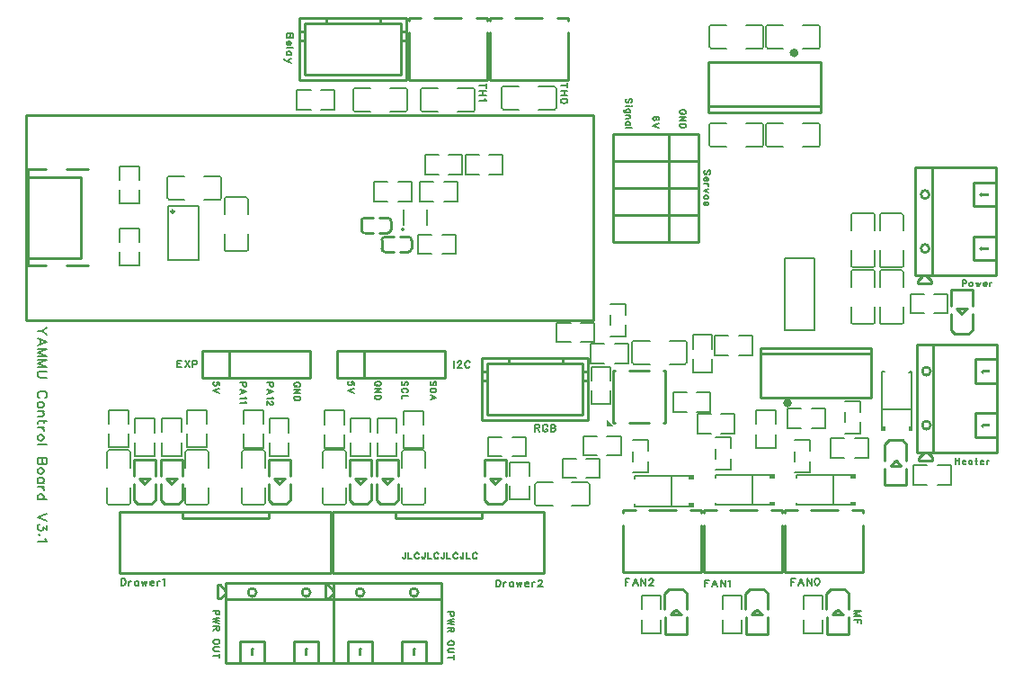
<source format=gto>
G04 Layer: TopSilkscreenLayer*
G04 EasyEDA Pro v2.2.32.3, 2024-11-04 22:23:50*
G04 Gerber Generator version 0.3*
G04 Scale: 100 percent, Rotated: No, Reflected: No*
G04 Dimensions in millimeters*
G04 Leading zeros omitted, absolute positions, 3 integers and 5 decimals*
%FSLAX35Y35*%
%MOMM*%
%ADD10C,0.15*%
%ADD11C,0.1524*%
%ADD12C,0.254*%
%ADD13C,0.2*%
%ADD14C,0.4*%
G75*


G04 Text Start*
G54D10*
G01X3332480Y-3501652D02*
G01X3337814Y-3499112D01*
G01X3343148Y-3493778D01*
G01X3345688Y-3488444D01*
G01X3345688Y-3477776D01*
G01X3343148Y-3472442D01*
G01X3337814Y-3467108D01*
G01X3332480Y-3464568D01*
G01X3324606Y-3462028D01*
G01X3311144Y-3462028D01*
G01X3303270Y-3464568D01*
G01X3297936Y-3467108D01*
G01X3292602Y-3472442D01*
G01X3290062Y-3477776D01*
G01X3290062Y-3488444D01*
G01X3292602Y-3493778D01*
G01X3297936Y-3499112D01*
G01X3303270Y-3501652D01*
G01X3311144Y-3501652D01*
G01X3311144Y-3488444D02*
G01X3311144Y-3501652D01*
G01X3345688Y-3529338D02*
G01X3290062Y-3529338D01*
G01X3345688Y-3529338D02*
G01X3290062Y-3566676D01*
G01X3345688Y-3566676D02*
G01X3290062Y-3566676D01*
G01X3345688Y-3594362D02*
G01X3290062Y-3594362D01*
G01X3345688Y-3594362D02*
G01X3345688Y-3612904D01*
G01X3343148Y-3621032D01*
G01X3337814Y-3626366D01*
G01X3332480Y-3628906D01*
G01X3324606Y-3631700D01*
G01X3311144Y-3631700D01*
G01X3303270Y-3628906D01*
G01X3297936Y-3626366D01*
G01X3292602Y-3621032D01*
G01X3290062Y-3612904D01*
G01X3290062Y-3594362D01*
G01X3091688Y-3493778D02*
G01X3091688Y-3467108D01*
G01X3067812Y-3464568D01*
G01X3070606Y-3467108D01*
G01X3073146Y-3475236D01*
G01X3073146Y-3483110D01*
G01X3070606Y-3491238D01*
G01X3065272Y-3496318D01*
G01X3057144Y-3499112D01*
G01X3051810Y-3499112D01*
G01X3043936Y-3496318D01*
G01X3038602Y-3491238D01*
G01X3036062Y-3483110D01*
G01X3036062Y-3475236D01*
G01X3038602Y-3467108D01*
G01X3041396Y-3464568D01*
G01X3046730Y-3462028D01*
G01X3091688Y-3526798D02*
G01X3036062Y-3548134D01*
G01X3091688Y-3569470D02*
G01X3036062Y-3548134D01*
G01X3591814Y-3499112D02*
G01X3597148Y-3493778D01*
G01X3599688Y-3485904D01*
G01X3599688Y-3475236D01*
G01X3597148Y-3467108D01*
G01X3591814Y-3462028D01*
G01X3586480Y-3462028D01*
G01X3581146Y-3464568D01*
G01X3578606Y-3467108D01*
G01X3575812Y-3472442D01*
G01X3570478Y-3488444D01*
G01X3567938Y-3493778D01*
G01X3565144Y-3496318D01*
G01X3559810Y-3499112D01*
G01X3551936Y-3499112D01*
G01X3546602Y-3493778D01*
G01X3544062Y-3485904D01*
G01X3544062Y-3475236D01*
G01X3546602Y-3467108D01*
G01X3551936Y-3462028D01*
G01X3586480Y-3566676D02*
G01X3591814Y-3564136D01*
G01X3597148Y-3558802D01*
G01X3599688Y-3553468D01*
G01X3599688Y-3542800D01*
G01X3597148Y-3537466D01*
G01X3591814Y-3532132D01*
G01X3586480Y-3529592D01*
G01X3578606Y-3526798D01*
G01X3565144Y-3526798D01*
G01X3557270Y-3529592D01*
G01X3551936Y-3532132D01*
G01X3546602Y-3537466D01*
G01X3544062Y-3542800D01*
G01X3544062Y-3553468D01*
G01X3546602Y-3558802D01*
G01X3551936Y-3564136D01*
G01X3557270Y-3566676D01*
G01X3599688Y-3594362D02*
G01X3544062Y-3594362D01*
G01X3544062Y-3594362D02*
G01X3544062Y-3626366D01*
G01X3858514Y-3499112D02*
G01X3863848Y-3493778D01*
G01X3866388Y-3485904D01*
G01X3866388Y-3475236D01*
G01X3863848Y-3467108D01*
G01X3858514Y-3462028D01*
G01X3853180Y-3462028D01*
G01X3847846Y-3464568D01*
G01X3845306Y-3467108D01*
G01X3842512Y-3472442D01*
G01X3837178Y-3488444D01*
G01X3834638Y-3493778D01*
G01X3831844Y-3496318D01*
G01X3826510Y-3499112D01*
G01X3818636Y-3499112D01*
G01X3813302Y-3493778D01*
G01X3810762Y-3485904D01*
G01X3810762Y-3475236D01*
G01X3813302Y-3467108D01*
G01X3818636Y-3462028D01*
G01X3866388Y-3526798D02*
G01X3810762Y-3526798D01*
G01X3866388Y-3526798D02*
G01X3866388Y-3545340D01*
G01X3863848Y-3553468D01*
G01X3858514Y-3558802D01*
G01X3853180Y-3561342D01*
G01X3845306Y-3564136D01*
G01X3831844Y-3564136D01*
G01X3823970Y-3561342D01*
G01X3818636Y-3558802D01*
G01X3813302Y-3553468D01*
G01X3810762Y-3545340D01*
G01X3810762Y-3526798D01*
G01X3866388Y-3613158D02*
G01X3810762Y-3591822D01*
G01X3866388Y-3613158D02*
G01X3810762Y-3634494D01*
G01X3829304Y-3599950D02*
G01X3829304Y-3626366D01*
G01X6203480Y-944753D02*
G01X6208814Y-942213D01*
G01X6214148Y-936879D01*
G01X6216688Y-931545D01*
G01X6216688Y-920877D01*
G01X6214148Y-915543D01*
G01X6208814Y-910209D01*
G01X6203480Y-907669D01*
G01X6195606Y-905129D01*
G01X6182144Y-905129D01*
G01X6174270Y-907669D01*
G01X6168936Y-910209D01*
G01X6163602Y-915543D01*
G01X6161062Y-920877D01*
G01X6161062Y-931545D01*
G01X6163602Y-936879D01*
G01X6168936Y-942213D01*
G01X6174270Y-944753D01*
G01X6182144Y-944753D01*
G01X6182144Y-931545D02*
G01X6182144Y-944753D01*
G01X6216688Y-972439D02*
G01X6161062Y-972439D01*
G01X6216688Y-972439D02*
G01X6161062Y-1009777D01*
G01X6216688Y-1009777D02*
G01X6161062Y-1009777D01*
G01X6216688Y-1037463D02*
G01X6161062Y-1037463D01*
G01X6216688Y-1037463D02*
G01X6216688Y-1056005D01*
G01X6214148Y-1064133D01*
G01X6208814Y-1069467D01*
G01X6203480Y-1072007D01*
G01X6195606Y-1074801D01*
G01X6182144Y-1074801D01*
G01X6174270Y-1072007D01*
G01X6168936Y-1069467D01*
G01X6163602Y-1064133D01*
G01X6161062Y-1056005D01*
G01X6161062Y-1037463D01*
G01X5954814Y-1001903D02*
G01X5960148Y-999363D01*
G01X5962688Y-991235D01*
G01X5962688Y-985901D01*
G01X5960148Y-978027D01*
G01X5952274Y-972693D01*
G01X5938812Y-970153D01*
G01X5925604Y-970153D01*
G01X5914936Y-972693D01*
G01X5909602Y-978027D01*
G01X5907062Y-985901D01*
G01X5907062Y-988695D01*
G01X5909602Y-996569D01*
G01X5914936Y-1001903D01*
G01X5922810Y-1004443D01*
G01X5925604Y-1004443D01*
G01X5933478Y-1001903D01*
G01X5938812Y-996569D01*
G01X5941606Y-988695D01*
G01X5941606Y-985901D01*
G01X5938812Y-978027D01*
G01X5933478Y-972693D01*
G01X5925604Y-970153D01*
G01X5962688Y-1032129D02*
G01X5907062Y-1053465D01*
G01X5962688Y-1074801D02*
G01X5907062Y-1053465D01*
G01X5700814Y-837819D02*
G01X5706148Y-832485D01*
G01X5708688Y-824611D01*
G01X5708688Y-813943D01*
G01X5706148Y-805815D01*
G01X5700814Y-800735D01*
G01X5695480Y-800735D01*
G01X5690146Y-803275D01*
G01X5687606Y-805815D01*
G01X5684812Y-811149D01*
G01X5679478Y-827151D01*
G01X5676938Y-832485D01*
G01X5674144Y-835025D01*
G01X5668810Y-837819D01*
G01X5660936Y-837819D01*
G01X5655602Y-832485D01*
G01X5653062Y-824611D01*
G01X5653062Y-813943D01*
G01X5655602Y-805815D01*
G01X5660936Y-800735D01*
G01X5708688Y-865505D02*
G01X5706148Y-868299D01*
G01X5708688Y-870839D01*
G01X5711482Y-868299D01*
G01X5708688Y-865505D01*
G01X5690146Y-868299D02*
G01X5653062Y-868299D01*
G01X5690146Y-930529D02*
G01X5647728Y-930529D01*
G01X5639600Y-927735D01*
G01X5637060Y-925195D01*
G01X5634520Y-919861D01*
G01X5634520Y-911987D01*
G01X5637060Y-906653D01*
G01X5682272Y-930529D02*
G01X5687606Y-925195D01*
G01X5690146Y-919861D01*
G01X5690146Y-911987D01*
G01X5687606Y-906653D01*
G01X5682272Y-901319D01*
G01X5674144Y-898525D01*
G01X5668810Y-898525D01*
G01X5660936Y-901319D01*
G01X5655602Y-906653D01*
G01X5653062Y-911987D01*
G01X5653062Y-919861D01*
G01X5655602Y-925195D01*
G01X5660936Y-930529D01*
G01X5690146Y-958215D02*
G01X5653062Y-958215D01*
G01X5679478Y-958215D02*
G01X5687606Y-966343D01*
G01X5690146Y-971677D01*
G01X5690146Y-979551D01*
G01X5687606Y-984885D01*
G01X5679478Y-987425D01*
G01X5653062Y-987425D01*
G01X5690146Y-1047115D02*
G01X5653062Y-1047115D01*
G01X5682272Y-1047115D02*
G01X5687606Y-1041781D01*
G01X5690146Y-1036447D01*
G01X5690146Y-1028573D01*
G01X5687606Y-1023239D01*
G01X5682272Y-1017905D01*
G01X5674144Y-1015111D01*
G01X5668810Y-1015111D01*
G01X5660936Y-1017905D01*
G01X5655602Y-1023239D01*
G01X5653062Y-1028573D01*
G01X5653062Y-1036447D01*
G01X5655602Y-1041781D01*
G01X5660936Y-1047115D01*
G01X5708688Y-1074801D02*
G01X5653062Y-1074801D01*
G01X8821420Y-2509012D02*
G01X8821420Y-2564638D01*
G01X8821420Y-2509012D02*
G01X8845296Y-2509012D01*
G01X8853170Y-2511552D01*
G01X8855710Y-2514346D01*
G01X8858504Y-2519426D01*
G01X8858504Y-2527554D01*
G01X8855710Y-2532888D01*
G01X8853170Y-2535428D01*
G01X8845296Y-2538222D01*
G01X8821420Y-2538222D01*
G01X8899652Y-2527554D02*
G01X8894318Y-2530094D01*
G01X8888984Y-2535428D01*
G01X8886190Y-2543556D01*
G01X8886190Y-2548890D01*
G01X8888984Y-2556764D01*
G01X8894318Y-2562098D01*
G01X8899652Y-2564638D01*
G01X8907526Y-2564638D01*
G01X8912860Y-2562098D01*
G01X8918194Y-2556764D01*
G01X8920734Y-2548890D01*
G01X8920734Y-2543556D01*
G01X8918194Y-2535428D01*
G01X8912860Y-2530094D01*
G01X8907526Y-2527554D01*
G01X8899652Y-2527554D01*
G01X8948420Y-2527554D02*
G01X8959088Y-2564638D01*
G01X8969756Y-2527554D02*
G01X8959088Y-2564638D01*
G01X8969756Y-2527554D02*
G01X8980424Y-2564638D01*
G01X8991092Y-2527554D02*
G01X8980424Y-2564638D01*
G01X9018778Y-2543556D02*
G01X9050782Y-2543556D01*
G01X9050782Y-2538222D01*
G01X9047988Y-2532888D01*
G01X9045448Y-2530094D01*
G01X9040114Y-2527554D01*
G01X9032240Y-2527554D01*
G01X9026906Y-2530094D01*
G01X9021572Y-2535428D01*
G01X9018778Y-2543556D01*
G01X9018778Y-2548890D01*
G01X9021572Y-2556764D01*
G01X9026906Y-2562098D01*
G01X9032240Y-2564638D01*
G01X9040114Y-2564638D01*
G01X9045448Y-2562098D01*
G01X9050782Y-2556764D01*
G01X9078468Y-2527554D02*
G01X9078468Y-2564638D01*
G01X9078468Y-2543556D02*
G01X9081262Y-2535428D01*
G01X9086596Y-2530094D01*
G01X9091930Y-2527554D01*
G01X9099804Y-2527554D01*
G01X8757726Y-4184612D02*
G01X8757726Y-4240238D01*
G01X8794810Y-4184612D02*
G01X8794810Y-4240238D01*
G01X8757726Y-4211028D02*
G01X8794810Y-4211028D01*
G01X8822496Y-4219156D02*
G01X8854500Y-4219156D01*
G01X8854500Y-4213822D01*
G01X8851706Y-4208488D01*
G01X8849166Y-4205694D01*
G01X8843832Y-4203154D01*
G01X8835958Y-4203154D01*
G01X8830624Y-4205694D01*
G01X8825290Y-4211028D01*
G01X8822496Y-4219156D01*
G01X8822496Y-4224490D01*
G01X8825290Y-4232364D01*
G01X8830624Y-4237698D01*
G01X8835958Y-4240238D01*
G01X8843832Y-4240238D01*
G01X8849166Y-4237698D01*
G01X8854500Y-4232364D01*
G01X8914190Y-4203154D02*
G01X8914190Y-4240238D01*
G01X8914190Y-4211028D02*
G01X8908856Y-4205694D01*
G01X8903522Y-4203154D01*
G01X8895648Y-4203154D01*
G01X8890314Y-4205694D01*
G01X8884980Y-4211028D01*
G01X8882186Y-4219156D01*
G01X8882186Y-4224490D01*
G01X8884980Y-4232364D01*
G01X8890314Y-4237698D01*
G01X8895648Y-4240238D01*
G01X8903522Y-4240238D01*
G01X8908856Y-4237698D01*
G01X8914190Y-4232364D01*
G01X8950004Y-4184612D02*
G01X8950004Y-4229570D01*
G01X8952544Y-4237698D01*
G01X8957878Y-4240238D01*
G01X8963212Y-4240238D01*
G01X8941876Y-4203154D02*
G01X8960418Y-4203154D01*
G01X8990898Y-4219156D02*
G01X9022902Y-4219156D01*
G01X9022902Y-4213822D01*
G01X9020108Y-4208488D01*
G01X9017568Y-4205694D01*
G01X9012234Y-4203154D01*
G01X9004360Y-4203154D01*
G01X8999026Y-4205694D01*
G01X8993692Y-4211028D01*
G01X8990898Y-4219156D01*
G01X8990898Y-4224490D01*
G01X8993692Y-4232364D01*
G01X8999026Y-4237698D01*
G01X9004360Y-4240238D01*
G01X9012234Y-4240238D01*
G01X9017568Y-4237698D01*
G01X9022902Y-4232364D01*
G01X9050588Y-4203154D02*
G01X9050588Y-4240238D01*
G01X9050588Y-4219156D02*
G01X9053382Y-4211028D01*
G01X9058716Y-4205694D01*
G01X9064050Y-4203154D01*
G01X9071924Y-4203154D01*
G01X1822488Y-3495989D02*
G01X1822488Y-3469319D01*
G01X1798612Y-3466779D01*
G01X1801406Y-3469319D01*
G01X1803946Y-3477447D01*
G01X1803946Y-3485321D01*
G01X1801406Y-3493449D01*
G01X1796072Y-3498529D01*
G01X1787944Y-3501323D01*
G01X1782610Y-3501323D01*
G01X1774736Y-3498529D01*
G01X1769402Y-3493449D01*
G01X1766862Y-3485321D01*
G01X1766862Y-3477447D01*
G01X1769402Y-3469319D01*
G01X1772196Y-3466779D01*
G01X1777530Y-3464239D01*
G01X1822488Y-3529009D02*
G01X1766862Y-3550345D01*
G01X1822488Y-3571681D02*
G01X1766862Y-3550345D01*
G01X2571280Y-3510848D02*
G01X2576614Y-3508308D01*
G01X2581948Y-3502974D01*
G01X2584488Y-3497640D01*
G01X2584488Y-3486972D01*
G01X2581948Y-3481638D01*
G01X2576614Y-3476304D01*
G01X2571280Y-3473764D01*
G01X2563406Y-3471224D01*
G01X2549944Y-3471224D01*
G01X2542070Y-3473764D01*
G01X2536736Y-3476304D01*
G01X2531402Y-3481638D01*
G01X2528862Y-3486972D01*
G01X2528862Y-3497640D01*
G01X2531402Y-3502974D01*
G01X2536736Y-3508308D01*
G01X2542070Y-3510848D01*
G01X2549944Y-3510848D01*
G01X2549944Y-3497640D02*
G01X2549944Y-3510848D01*
G01X2584488Y-3538534D02*
G01X2528862Y-3538534D01*
G01X2584488Y-3538534D02*
G01X2528862Y-3575872D01*
G01X2584488Y-3575872D02*
G01X2528862Y-3575872D01*
G01X2584488Y-3603558D02*
G01X2528862Y-3603558D01*
G01X2584488Y-3603558D02*
G01X2584488Y-3622100D01*
G01X2581948Y-3630228D01*
G01X2576614Y-3635562D01*
G01X2571280Y-3638102D01*
G01X2563406Y-3640896D01*
G01X2549944Y-3640896D01*
G01X2542070Y-3638102D01*
G01X2536736Y-3635562D01*
G01X2531402Y-3630228D01*
G01X2528862Y-3622100D01*
G01X2528862Y-3603558D01*
G01X2330488Y-3471224D02*
G01X2274862Y-3471224D01*
G01X2330488Y-3471224D02*
G01X2330488Y-3495100D01*
G01X2327948Y-3502974D01*
G01X2325154Y-3505514D01*
G01X2320074Y-3508308D01*
G01X2311946Y-3508308D01*
G01X2306612Y-3505514D01*
G01X2304072Y-3502974D01*
G01X2301278Y-3495100D01*
G01X2301278Y-3471224D01*
G01X2330488Y-3557330D02*
G01X2274862Y-3535994D01*
G01X2330488Y-3557330D02*
G01X2274862Y-3578666D01*
G01X2293404Y-3544122D02*
G01X2293404Y-3570538D01*
G01X2320074Y-3606352D02*
G01X2322614Y-3611686D01*
G01X2330488Y-3619814D01*
G01X2274862Y-3619814D01*
G01X2317280Y-3650294D02*
G01X2320074Y-3650294D01*
G01X2325154Y-3652834D01*
G01X2327948Y-3655628D01*
G01X2330488Y-3660962D01*
G01X2330488Y-3671376D01*
G01X2327948Y-3676710D01*
G01X2325154Y-3679504D01*
G01X2320074Y-3682044D01*
G01X2314740Y-3682044D01*
G01X2309406Y-3679504D01*
G01X2301278Y-3674170D01*
G01X2274862Y-3647500D01*
G01X2274862Y-3684838D01*
G01X2076488Y-3471224D02*
G01X2020862Y-3471224D01*
G01X2076488Y-3471224D02*
G01X2076488Y-3495100D01*
G01X2073948Y-3502974D01*
G01X2071154Y-3505514D01*
G01X2066074Y-3508308D01*
G01X2057946Y-3508308D01*
G01X2052612Y-3505514D01*
G01X2050072Y-3502974D01*
G01X2047278Y-3495100D01*
G01X2047278Y-3471224D01*
G01X2076488Y-3557330D02*
G01X2020862Y-3535994D01*
G01X2076488Y-3557330D02*
G01X2020862Y-3578666D01*
G01X2039404Y-3544122D02*
G01X2039404Y-3570538D01*
G01X2066074Y-3606352D02*
G01X2068614Y-3611686D01*
G01X2076488Y-3619814D01*
G01X2020862Y-3619814D01*
G01X2066074Y-3647500D02*
G01X2068614Y-3652834D01*
G01X2076488Y-3660962D01*
G01X2020862Y-3660962D01*
G01X6437414Y-1513011D02*
G01X6442748Y-1507677D01*
G01X6445288Y-1499803D01*
G01X6445288Y-1489135D01*
G01X6442748Y-1481007D01*
G01X6437414Y-1475927D01*
G01X6432080Y-1475927D01*
G01X6426746Y-1478467D01*
G01X6424206Y-1481007D01*
G01X6421412Y-1486341D01*
G01X6416078Y-1502343D01*
G01X6413538Y-1507677D01*
G01X6410744Y-1510217D01*
G01X6405410Y-1513011D01*
G01X6397536Y-1513011D01*
G01X6392202Y-1507677D01*
G01X6389662Y-1499803D01*
G01X6389662Y-1489135D01*
G01X6392202Y-1481007D01*
G01X6397536Y-1475927D01*
G01X6410744Y-1540697D02*
G01X6410744Y-1572701D01*
G01X6416078Y-1572701D01*
G01X6421412Y-1569907D01*
G01X6424206Y-1567367D01*
G01X6426746Y-1562033D01*
G01X6426746Y-1554159D01*
G01X6424206Y-1548825D01*
G01X6418872Y-1543491D01*
G01X6410744Y-1540697D01*
G01X6405410Y-1540697D01*
G01X6397536Y-1543491D01*
G01X6392202Y-1548825D01*
G01X6389662Y-1554159D01*
G01X6389662Y-1562033D01*
G01X6392202Y-1567367D01*
G01X6397536Y-1572701D01*
G01X6426746Y-1600387D02*
G01X6389662Y-1600387D01*
G01X6410744Y-1600387D02*
G01X6418872Y-1603181D01*
G01X6424206Y-1608515D01*
G01X6426746Y-1613849D01*
G01X6426746Y-1621723D01*
G01X6426746Y-1649409D02*
G01X6389662Y-1665411D01*
G01X6426746Y-1681413D02*
G01X6389662Y-1665411D01*
G01X6426746Y-1722561D02*
G01X6424206Y-1717227D01*
G01X6418872Y-1711893D01*
G01X6410744Y-1709099D01*
G01X6405410Y-1709099D01*
G01X6397536Y-1711893D01*
G01X6392202Y-1717227D01*
G01X6389662Y-1722561D01*
G01X6389662Y-1730435D01*
G01X6392202Y-1735769D01*
G01X6397536Y-1741103D01*
G01X6405410Y-1743643D01*
G01X6410744Y-1743643D01*
G01X6418872Y-1741103D01*
G01X6424206Y-1735769D01*
G01X6426746Y-1730435D01*
G01X6426746Y-1722561D01*
G01X6418872Y-1800539D02*
G01X6424206Y-1797999D01*
G01X6426746Y-1789871D01*
G01X6426746Y-1781997D01*
G01X6424206Y-1774123D01*
G01X6418872Y-1771329D01*
G01X6413538Y-1774123D01*
G01X6410744Y-1779457D01*
G01X6408204Y-1792665D01*
G01X6405410Y-1797999D01*
G01X6400330Y-1800539D01*
G01X6397536Y-1800539D01*
G01X6392202Y-1797999D01*
G01X6389662Y-1789871D01*
G01X6389662Y-1781997D01*
G01X6392202Y-1774123D01*
G01X6397536Y-1771329D01*
G01X1822488Y-5619937D02*
G01X1766862Y-5619937D01*
G01X1822488Y-5619937D02*
G01X1822488Y-5643813D01*
G01X1819948Y-5651687D01*
G01X1817154Y-5654227D01*
G01X1812074Y-5657021D01*
G01X1803946Y-5657021D01*
G01X1798612Y-5654227D01*
G01X1796072Y-5651687D01*
G01X1793278Y-5643813D01*
G01X1793278Y-5619937D01*
G01X1822488Y-5684707D02*
G01X1766862Y-5698169D01*
G01X1822488Y-5711377D02*
G01X1766862Y-5698169D01*
G01X1822488Y-5711377D02*
G01X1766862Y-5724585D01*
G01X1822488Y-5737793D02*
G01X1766862Y-5724585D01*
G01X1822488Y-5765479D02*
G01X1766862Y-5765479D01*
G01X1822488Y-5765479D02*
G01X1822488Y-5789355D01*
G01X1819948Y-5797483D01*
G01X1817154Y-5800023D01*
G01X1812074Y-5802817D01*
G01X1806740Y-5802817D01*
G01X1801406Y-5800023D01*
G01X1798612Y-5797483D01*
G01X1796072Y-5789355D01*
G01X1796072Y-5765479D01*
G01X1796072Y-5784021D02*
G01X1766862Y-5802817D01*
G01X1822488Y-5905941D02*
G01X1819948Y-5900607D01*
G01X1814614Y-5895273D01*
G01X1809280Y-5892733D01*
G01X1801406Y-5890193D01*
G01X1787944Y-5890193D01*
G01X1780070Y-5892733D01*
G01X1774736Y-5895273D01*
G01X1769402Y-5900607D01*
G01X1766862Y-5905941D01*
G01X1766862Y-5916609D01*
G01X1769402Y-5921943D01*
G01X1774736Y-5927277D01*
G01X1780070Y-5929817D01*
G01X1787944Y-5932611D01*
G01X1801406Y-5932611D01*
G01X1809280Y-5929817D01*
G01X1814614Y-5927277D01*
G01X1819948Y-5921943D01*
G01X1822488Y-5916609D01*
G01X1822488Y-5905941D01*
G01X1822488Y-5960297D02*
G01X1782610Y-5960297D01*
G01X1774736Y-5963091D01*
G01X1769402Y-5968425D01*
G01X1766862Y-5976299D01*
G01X1766862Y-5981633D01*
G01X1769402Y-5989507D01*
G01X1774736Y-5994841D01*
G01X1782610Y-5997635D01*
G01X1822488Y-5997635D01*
G01X1822488Y-6043863D02*
G01X1766862Y-6043863D01*
G01X1822488Y-6025321D02*
G01X1822488Y-6062659D01*
G01X4032288Y-5633399D02*
G01X3976662Y-5633399D01*
G01X4032288Y-5633399D02*
G01X4032288Y-5657275D01*
G01X4029748Y-5665149D01*
G01X4026954Y-5667689D01*
G01X4021874Y-5670483D01*
G01X4013746Y-5670483D01*
G01X4008412Y-5667689D01*
G01X4005872Y-5665149D01*
G01X4003078Y-5657275D01*
G01X4003078Y-5633399D01*
G01X4032288Y-5698169D02*
G01X3976662Y-5711631D01*
G01X4032288Y-5724839D02*
G01X3976662Y-5711631D01*
G01X4032288Y-5724839D02*
G01X3976662Y-5738047D01*
G01X4032288Y-5751255D02*
G01X3976662Y-5738047D01*
G01X4032288Y-5778941D02*
G01X3976662Y-5778941D01*
G01X4032288Y-5778941D02*
G01X4032288Y-5802817D01*
G01X4029748Y-5810945D01*
G01X4026954Y-5813485D01*
G01X4021874Y-5816279D01*
G01X4016540Y-5816279D01*
G01X4011206Y-5813485D01*
G01X4008412Y-5810945D01*
G01X4005872Y-5802817D01*
G01X4005872Y-5778941D01*
G01X4005872Y-5797483D02*
G01X3976662Y-5816279D01*
G01X4032288Y-5919403D02*
G01X4029748Y-5914069D01*
G01X4024414Y-5908735D01*
G01X4019080Y-5906195D01*
G01X4011206Y-5903655D01*
G01X3997744Y-5903655D01*
G01X3989870Y-5906195D01*
G01X3984536Y-5908735D01*
G01X3979202Y-5914069D01*
G01X3976662Y-5919403D01*
G01X3976662Y-5930071D01*
G01X3979202Y-5935405D01*
G01X3984536Y-5940739D01*
G01X3989870Y-5943279D01*
G01X3997744Y-5946073D01*
G01X4011206Y-5946073D01*
G01X4019080Y-5943279D01*
G01X4024414Y-5940739D01*
G01X4029748Y-5935405D01*
G01X4032288Y-5930071D01*
G01X4032288Y-5919403D01*
G01X4032288Y-5973759D02*
G01X3992410Y-5973759D01*
G01X3984536Y-5976553D01*
G01X3979202Y-5981887D01*
G01X3976662Y-5989761D01*
G01X3976662Y-5995095D01*
G01X3979202Y-6002969D01*
G01X3984536Y-6008303D01*
G01X3992410Y-6011097D01*
G01X4032288Y-6011097D01*
G01X4032288Y-6057325D02*
G01X3976662Y-6057325D01*
G01X4032288Y-6038783D02*
G01X4032288Y-6076121D01*
G54D11*
G01X1428888Y-3264916D02*
G01X1428888Y-3329940D01*
G01X1428888Y-3264916D02*
G01X1469020Y-3264916D01*
G01X1428888Y-3295904D02*
G01X1453780Y-3295904D01*
G01X1428888Y-3329940D02*
G01X1469020Y-3329940D01*
G01X1499246Y-3264916D02*
G01X1542426Y-3329940D01*
G01X1542426Y-3264916D02*
G01X1499246Y-3329940D01*
G01X1572652Y-3264916D02*
G01X1572652Y-3329940D01*
G01X1572652Y-3264916D02*
G01X1600338Y-3264916D01*
G01X1609736Y-3267964D01*
G01X1612784Y-3271012D01*
G01X1615832Y-3277362D01*
G01X1615832Y-3286506D01*
G01X1612784Y-3292602D01*
G01X1609736Y-3295904D01*
G01X1600338Y-3298952D01*
G01X1572652Y-3298952D01*
G01X4336034Y-677164D02*
G01X4271010Y-677164D01*
G01X4336034Y-655574D02*
G01X4336034Y-699008D01*
G01X4336034Y-729234D02*
G01X4271010Y-729234D01*
G01X4336034Y-772414D02*
G01X4271010Y-772414D01*
G01X4305046Y-729234D02*
G01X4305046Y-772414D01*
G01X4323588Y-802640D02*
G01X4326890Y-808736D01*
G01X4336034Y-817880D01*
G01X4271010Y-817880D01*
G01X5104384Y-674497D02*
G01X5039360Y-674497D01*
G01X5104384Y-652907D02*
G01X5104384Y-696341D01*
G01X5104384Y-726567D02*
G01X5039360Y-726567D01*
G01X5104384Y-769747D02*
G01X5039360Y-769747D01*
G01X5073396Y-726567D02*
G01X5073396Y-769747D01*
G01X5104384Y-818515D02*
G01X5101336Y-809117D01*
G01X5091938Y-803021D01*
G01X5076698Y-799973D01*
G01X5067300Y-799973D01*
G01X5051806Y-803021D01*
G01X5042408Y-809117D01*
G01X5039360Y-818515D01*
G01X5039360Y-824611D01*
G01X5042408Y-834009D01*
G01X5051806Y-840105D01*
G01X5067300Y-843153D01*
G01X5076698Y-843153D01*
G01X5091938Y-840105D01*
G01X5101336Y-834009D01*
G01X5104384Y-824611D01*
G01X5104384Y-818515D01*
G54D10*
G01X3577336Y-5074412D02*
G01X3577336Y-5116830D01*
G01X3574796Y-5124704D01*
G01X3572002Y-5127498D01*
G01X3566668Y-5130038D01*
G01X3561334Y-5130038D01*
G01X3556000Y-5127498D01*
G01X3553460Y-5124704D01*
G01X3550920Y-5116830D01*
G01X3550920Y-5111496D01*
G01X3605022Y-5074412D02*
G01X3605022Y-5130038D01*
G01X3605022Y-5130038D02*
G01X3637026Y-5130038D01*
G01X3704590Y-5087620D02*
G01X3702050Y-5082286D01*
G01X3696716Y-5076952D01*
G01X3691382Y-5074412D01*
G01X3680714Y-5074412D01*
G01X3675380Y-5076952D01*
G01X3670046Y-5082286D01*
G01X3667506Y-5087620D01*
G01X3664712Y-5095494D01*
G01X3664712Y-5108956D01*
G01X3667506Y-5116830D01*
G01X3670046Y-5122164D01*
G01X3675380Y-5127498D01*
G01X3680714Y-5130038D01*
G01X3691382Y-5130038D01*
G01X3696716Y-5127498D01*
G01X3702050Y-5122164D01*
G01X3704590Y-5116830D01*
G01X3758946Y-5074412D02*
G01X3758946Y-5116830D01*
G01X3756152Y-5124704D01*
G01X3753612Y-5127498D01*
G01X3748278Y-5130038D01*
G01X3742944Y-5130038D01*
G01X3737610Y-5127498D01*
G01X3735070Y-5124704D01*
G01X3732276Y-5116830D01*
G01X3732276Y-5111496D01*
G01X3786632Y-5074412D02*
G01X3786632Y-5130038D01*
G01X3786632Y-5130038D02*
G01X3818636Y-5130038D01*
G01X3886200Y-5087620D02*
G01X3883660Y-5082286D01*
G01X3878326Y-5076952D01*
G01X3872992Y-5074412D01*
G01X3862324Y-5074412D01*
G01X3856990Y-5076952D01*
G01X3851656Y-5082286D01*
G01X3849116Y-5087620D01*
G01X3846322Y-5095494D01*
G01X3846322Y-5108956D01*
G01X3849116Y-5116830D01*
G01X3851656Y-5122164D01*
G01X3856990Y-5127498D01*
G01X3862324Y-5130038D01*
G01X3872992Y-5130038D01*
G01X3878326Y-5127498D01*
G01X3883660Y-5122164D01*
G01X3886200Y-5116830D01*
G01X3940556Y-5074412D02*
G01X3940556Y-5116830D01*
G01X3937762Y-5124704D01*
G01X3935222Y-5127498D01*
G01X3929888Y-5130038D01*
G01X3924554Y-5130038D01*
G01X3919220Y-5127498D01*
G01X3916680Y-5124704D01*
G01X3913886Y-5116830D01*
G01X3913886Y-5111496D01*
G01X3968242Y-5074412D02*
G01X3968242Y-5130038D01*
G01X3968242Y-5130038D02*
G01X4000246Y-5130038D01*
G01X4067810Y-5087620D02*
G01X4065270Y-5082286D01*
G01X4059936Y-5076952D01*
G01X4054602Y-5074412D01*
G01X4043934Y-5074412D01*
G01X4038600Y-5076952D01*
G01X4033266Y-5082286D01*
G01X4030726Y-5087620D01*
G01X4027932Y-5095494D01*
G01X4027932Y-5108956D01*
G01X4030726Y-5116830D01*
G01X4033266Y-5122164D01*
G01X4038600Y-5127498D01*
G01X4043934Y-5130038D01*
G01X4054602Y-5130038D01*
G01X4059936Y-5127498D01*
G01X4065270Y-5122164D01*
G01X4067810Y-5116830D01*
G01X4122166Y-5074412D02*
G01X4122166Y-5116830D01*
G01X4119372Y-5124704D01*
G01X4116832Y-5127498D01*
G01X4111498Y-5130038D01*
G01X4106164Y-5130038D01*
G01X4100830Y-5127498D01*
G01X4098290Y-5124704D01*
G01X4095496Y-5116830D01*
G01X4095496Y-5111496D01*
G01X4149852Y-5074412D02*
G01X4149852Y-5130038D01*
G01X4149852Y-5130038D02*
G01X4181856Y-5130038D01*
G01X4249420Y-5087620D02*
G01X4246880Y-5082286D01*
G01X4241546Y-5076952D01*
G01X4236212Y-5074412D01*
G01X4225544Y-5074412D01*
G01X4220210Y-5076952D01*
G01X4214876Y-5082286D01*
G01X4212336Y-5087620D01*
G01X4209542Y-5095494D01*
G01X4209542Y-5108956D01*
G01X4212336Y-5116830D01*
G01X4214876Y-5122164D01*
G01X4220210Y-5127498D01*
G01X4225544Y-5130038D01*
G01X4236212Y-5130038D01*
G01X4241546Y-5127498D01*
G01X4246880Y-5122164D01*
G01X4249420Y-5116830D01*
G54D11*
G01X201676Y-2954020D02*
G01X159512Y-2987802D01*
G01X113284Y-2987802D01*
G01X201676Y-3021330D02*
G01X159512Y-2987802D01*
G01X201676Y-3090418D02*
G01X113284Y-3056890D01*
G01X201676Y-3090418D02*
G01X113284Y-3124200D01*
G01X142748Y-3069336D02*
G01X142748Y-3111500D01*
G01X201676Y-3159760D02*
G01X113284Y-3159760D01*
G01X201676Y-3159760D02*
G01X113284Y-3193288D01*
G01X201676Y-3227070D02*
G01X113284Y-3193288D01*
G01X201676Y-3227070D02*
G01X113284Y-3227070D01*
G01X201676Y-3262630D02*
G01X113284Y-3262630D01*
G01X201676Y-3262630D02*
G01X113284Y-3296158D01*
G01X201676Y-3329940D02*
G01X113284Y-3296158D01*
G01X201676Y-3329940D02*
G01X113284Y-3329940D01*
G01X201676Y-3365500D02*
G01X138684Y-3365500D01*
G01X125984Y-3369564D01*
G01X117602Y-3377946D01*
G01X113284Y-3390646D01*
G01X113284Y-3399028D01*
G01X117602Y-3411728D01*
G01X125984Y-3420110D01*
G01X138684Y-3424428D01*
G01X201676Y-3424428D01*
G01X180594Y-3617468D02*
G01X188976Y-3613150D01*
G01X197612Y-3604768D01*
G01X201676Y-3596386D01*
G01X201676Y-3579368D01*
G01X197612Y-3570986D01*
G01X188976Y-3562604D01*
G01X180594Y-3558540D01*
G01X168148Y-3554222D01*
G01X147066Y-3554222D01*
G01X134366Y-3558540D01*
G01X125984Y-3562604D01*
G01X117602Y-3570986D01*
G01X113284Y-3579368D01*
G01X113284Y-3596386D01*
G01X117602Y-3604768D01*
G01X125984Y-3613150D01*
G01X134366Y-3617468D01*
G01X172212Y-3673856D02*
G01X168148Y-3665474D01*
G01X159512Y-3657092D01*
G01X147066Y-3653028D01*
G01X138684Y-3653028D01*
G01X125984Y-3657092D01*
G01X117602Y-3665474D01*
G01X113284Y-3673856D01*
G01X113284Y-3686556D01*
G01X117602Y-3694938D01*
G01X125984Y-3703574D01*
G01X138684Y-3707638D01*
G01X147066Y-3707638D01*
G01X159512Y-3703574D01*
G01X168148Y-3694938D01*
G01X172212Y-3686556D01*
G01X172212Y-3673856D01*
G01X172212Y-3743198D02*
G01X113284Y-3743198D01*
G01X155448Y-3743198D02*
G01X168148Y-3755644D01*
G01X172212Y-3764026D01*
G01X172212Y-3776726D01*
G01X168148Y-3785108D01*
G01X155448Y-3789426D01*
G01X113284Y-3789426D01*
G01X201676Y-3837432D02*
G01X130048Y-3837432D01*
G01X117602Y-3841750D01*
G01X113284Y-3850132D01*
G01X113284Y-3858514D01*
G01X172212Y-3824986D02*
G01X172212Y-3854450D01*
G01X172212Y-3894074D02*
G01X113284Y-3894074D01*
G01X147066Y-3894074D02*
G01X159512Y-3898138D01*
G01X168148Y-3906520D01*
G01X172212Y-3914902D01*
G01X172212Y-3927602D01*
G01X172212Y-3983990D02*
G01X168148Y-3975608D01*
G01X159512Y-3967226D01*
G01X147066Y-3963162D01*
G01X138684Y-3963162D01*
G01X125984Y-3967226D01*
G01X117602Y-3975608D01*
G01X113284Y-3983990D01*
G01X113284Y-3996690D01*
G01X117602Y-4005072D01*
G01X125984Y-4013708D01*
G01X138684Y-4017772D01*
G01X147066Y-4017772D01*
G01X159512Y-4013708D01*
G01X168148Y-4005072D01*
G01X172212Y-3996690D01*
G01X172212Y-3983990D01*
G01X201676Y-4053332D02*
G01X113284Y-4053332D01*
G01X201676Y-4183126D02*
G01X113284Y-4183126D01*
G01X201676Y-4183126D02*
G01X201676Y-4220972D01*
G01X197612Y-4233672D01*
G01X193294Y-4237990D01*
G01X184912Y-4242054D01*
G01X176530Y-4242054D01*
G01X168148Y-4237990D01*
G01X163830Y-4233672D01*
G01X159512Y-4220972D01*
G01X159512Y-4183126D02*
G01X159512Y-4220972D01*
G01X155448Y-4233672D01*
G01X151130Y-4237990D01*
G01X142748Y-4242054D01*
G01X130048Y-4242054D01*
G01X121666Y-4237990D01*
G01X117602Y-4233672D01*
G01X113284Y-4220972D01*
G01X113284Y-4183126D01*
G01X172212Y-4298442D02*
G01X168148Y-4290060D01*
G01X159512Y-4281678D01*
G01X147066Y-4277614D01*
G01X138684Y-4277614D01*
G01X125984Y-4281678D01*
G01X117602Y-4290060D01*
G01X113284Y-4298442D01*
G01X113284Y-4311142D01*
G01X117602Y-4319524D01*
G01X125984Y-4328160D01*
G01X138684Y-4332224D01*
G01X147066Y-4332224D01*
G01X159512Y-4328160D01*
G01X168148Y-4319524D01*
G01X172212Y-4311142D01*
G01X172212Y-4298442D01*
G01X172212Y-4418330D02*
G01X113284Y-4418330D01*
G01X159512Y-4418330D02*
G01X168148Y-4409694D01*
G01X172212Y-4401312D01*
G01X172212Y-4388612D01*
G01X168148Y-4380230D01*
G01X159512Y-4371848D01*
G01X147066Y-4367784D01*
G01X138684Y-4367784D01*
G01X125984Y-4371848D01*
G01X117602Y-4380230D01*
G01X113284Y-4388612D01*
G01X113284Y-4401312D01*
G01X117602Y-4409694D01*
G01X125984Y-4418330D01*
G01X172212Y-4453890D02*
G01X113284Y-4453890D01*
G01X147066Y-4453890D02*
G01X159512Y-4457954D01*
G01X168148Y-4466336D01*
G01X172212Y-4474718D01*
G01X172212Y-4487418D01*
G01X201676Y-4573524D02*
G01X113284Y-4573524D01*
G01X159512Y-4573524D02*
G01X168148Y-4564888D01*
G01X172212Y-4556506D01*
G01X172212Y-4543806D01*
G01X168148Y-4535424D01*
G01X159512Y-4527042D01*
G01X147066Y-4522978D01*
G01X138684Y-4522978D01*
G01X125984Y-4527042D01*
G01X117602Y-4535424D01*
G01X113284Y-4543806D01*
G01X113284Y-4556506D01*
G01X117602Y-4564888D01*
G01X125984Y-4573524D01*
G01X201676Y-4703318D02*
G01X113284Y-4737100D01*
G01X201676Y-4770628D02*
G01X113284Y-4737100D01*
G01X201676Y-4814570D02*
G01X201676Y-4860798D01*
G01X168148Y-4835652D01*
G01X168148Y-4848098D01*
G01X163830Y-4856734D01*
G01X159512Y-4860798D01*
G01X147066Y-4865116D01*
G01X138684Y-4865116D01*
G01X125984Y-4860798D01*
G01X117602Y-4852416D01*
G01X113284Y-4839716D01*
G01X113284Y-4827016D01*
G01X117602Y-4814570D01*
G01X121666Y-4810252D01*
G01X130048Y-4806188D01*
G01X134366Y-4904740D02*
G01X130048Y-4900676D01*
G01X125984Y-4904740D01*
G01X130048Y-4909058D01*
G01X134366Y-4904740D01*
G01X184912Y-4944618D02*
G01X188976Y-4953000D01*
G01X201676Y-4965446D01*
G01X113284Y-4965446D01*
G01X4033520Y-3268530D02*
G01X4033520Y-3333554D01*
G01X4066794Y-3284024D02*
G01X4066794Y-3280976D01*
G01X4069842Y-3274626D01*
G01X4072890Y-3271578D01*
G01X4078986Y-3268530D01*
G01X4091432Y-3268530D01*
G01X4097782Y-3271578D01*
G01X4100830Y-3274626D01*
G01X4103878Y-3280976D01*
G01X4103878Y-3287072D01*
G01X4100830Y-3293168D01*
G01X4094480Y-3302566D01*
G01X4063746Y-3333554D01*
G01X4106926Y-3333554D01*
G01X4183380Y-3284024D02*
G01X4180332Y-3277674D01*
G01X4174236Y-3271578D01*
G01X4167886Y-3268530D01*
G01X4155694Y-3268530D01*
G01X4149344Y-3271578D01*
G01X4143248Y-3277674D01*
G01X4140200Y-3284024D01*
G01X4137152Y-3293168D01*
G01X4137152Y-3308662D01*
G01X4140200Y-3318060D01*
G01X4143248Y-3324156D01*
G01X4149344Y-3330506D01*
G01X4155694Y-3333554D01*
G01X4167886Y-3333554D01*
G01X4174236Y-3330506D01*
G01X4180332Y-3324156D01*
G01X4183380Y-3318060D01*
G01X7866515Y-5622671D02*
G01X7801491Y-5622671D01*
G01X7866515Y-5622671D02*
G01X7801491Y-5647563D01*
G01X7866515Y-5672201D02*
G01X7801491Y-5647563D01*
G01X7866515Y-5672201D02*
G01X7801491Y-5672201D01*
G01X7866515Y-5702427D02*
G01X7801491Y-5702427D01*
G01X7866515Y-5702427D02*
G01X7866515Y-5742559D01*
G01X7835527Y-5702427D02*
G01X7835527Y-5727065D01*
G01X896620Y-5315966D02*
G01X896620Y-5380990D01*
G01X896620Y-5315966D02*
G01X918210Y-5315966D01*
G01X927608Y-5319014D01*
G01X933704Y-5325110D01*
G01X936752Y-5331460D01*
G01X940054Y-5340604D01*
G01X940054Y-5356098D01*
G01X936752Y-5365496D01*
G01X933704Y-5371592D01*
G01X927608Y-5377942D01*
G01X918210Y-5380990D01*
G01X896620Y-5380990D01*
G01X970280Y-5337556D02*
G01X970280Y-5380990D01*
G01X970280Y-5356098D02*
G01X973328Y-5346954D01*
G01X979424Y-5340604D01*
G01X985520Y-5337556D01*
G01X994918Y-5337556D01*
G01X1062228Y-5337556D02*
G01X1062228Y-5380990D01*
G01X1062228Y-5346954D02*
G01X1055878Y-5340604D01*
G01X1049782Y-5337556D01*
G01X1040384Y-5337556D01*
G01X1034288Y-5340604D01*
G01X1028192Y-5346954D01*
G01X1025144Y-5356098D01*
G01X1025144Y-5362448D01*
G01X1028192Y-5371592D01*
G01X1034288Y-5377942D01*
G01X1040384Y-5380990D01*
G01X1049782Y-5380990D01*
G01X1055878Y-5377942D01*
G01X1062228Y-5371592D01*
G01X1092454Y-5337556D02*
G01X1104646Y-5380990D01*
G01X1117092Y-5337556D02*
G01X1104646Y-5380990D01*
G01X1117092Y-5337556D02*
G01X1129538Y-5380990D01*
G01X1141984Y-5337556D02*
G01X1129538Y-5380990D01*
G01X1172210Y-5356098D02*
G01X1209294Y-5356098D01*
G01X1209294Y-5350002D01*
G01X1206246Y-5343652D01*
G01X1202944Y-5340604D01*
G01X1196848Y-5337556D01*
G01X1187450Y-5337556D01*
G01X1181354Y-5340604D01*
G01X1175258Y-5346954D01*
G01X1172210Y-5356098D01*
G01X1172210Y-5362448D01*
G01X1175258Y-5371592D01*
G01X1181354Y-5377942D01*
G01X1187450Y-5380990D01*
G01X1196848Y-5380990D01*
G01X1202944Y-5377942D01*
G01X1209294Y-5371592D01*
G01X1239520Y-5337556D02*
G01X1239520Y-5380990D01*
G01X1239520Y-5356098D02*
G01X1242568Y-5346954D01*
G01X1248664Y-5340604D01*
G01X1254760Y-5337556D01*
G01X1264158Y-5337556D01*
G01X1294384Y-5328412D02*
G01X1300480Y-5325110D01*
G01X1309624Y-5315966D01*
G01X1309624Y-5380990D01*
G01X4427220Y-5328666D02*
G01X4427220Y-5393690D01*
G01X4427220Y-5328666D02*
G01X4448810Y-5328666D01*
G01X4458208Y-5331714D01*
G01X4464304Y-5337810D01*
G01X4467352Y-5344160D01*
G01X4470654Y-5353304D01*
G01X4470654Y-5368798D01*
G01X4467352Y-5378196D01*
G01X4464304Y-5384292D01*
G01X4458208Y-5390642D01*
G01X4448810Y-5393690D01*
G01X4427220Y-5393690D01*
G01X4500880Y-5350256D02*
G01X4500880Y-5393690D01*
G01X4500880Y-5368798D02*
G01X4503928Y-5359654D01*
G01X4510024Y-5353304D01*
G01X4516120Y-5350256D01*
G01X4525518Y-5350256D01*
G01X4592828Y-5350256D02*
G01X4592828Y-5393690D01*
G01X4592828Y-5359654D02*
G01X4586478Y-5353304D01*
G01X4580382Y-5350256D01*
G01X4570984Y-5350256D01*
G01X4564888Y-5353304D01*
G01X4558792Y-5359654D01*
G01X4555744Y-5368798D01*
G01X4555744Y-5375148D01*
G01X4558792Y-5384292D01*
G01X4564888Y-5390642D01*
G01X4570984Y-5393690D01*
G01X4580382Y-5393690D01*
G01X4586478Y-5390642D01*
G01X4592828Y-5384292D01*
G01X4623054Y-5350256D02*
G01X4635246Y-5393690D01*
G01X4647692Y-5350256D02*
G01X4635246Y-5393690D01*
G01X4647692Y-5350256D02*
G01X4660138Y-5393690D01*
G01X4672584Y-5350256D02*
G01X4660138Y-5393690D01*
G01X4702810Y-5368798D02*
G01X4739894Y-5368798D01*
G01X4739894Y-5362702D01*
G01X4736846Y-5356352D01*
G01X4733544Y-5353304D01*
G01X4727448Y-5350256D01*
G01X4718050Y-5350256D01*
G01X4711954Y-5353304D01*
G01X4705858Y-5359654D01*
G01X4702810Y-5368798D01*
G01X4702810Y-5375148D01*
G01X4705858Y-5384292D01*
G01X4711954Y-5390642D01*
G01X4718050Y-5393690D01*
G01X4727448Y-5393690D01*
G01X4733544Y-5390642D01*
G01X4739894Y-5384292D01*
G01X4770120Y-5350256D02*
G01X4770120Y-5393690D01*
G01X4770120Y-5368798D02*
G01X4773168Y-5359654D01*
G01X4779264Y-5353304D01*
G01X4785360Y-5350256D01*
G01X4794758Y-5350256D01*
G01X4828032Y-5344160D02*
G01X4828032Y-5341112D01*
G01X4831080Y-5334762D01*
G01X4834128Y-5331714D01*
G01X4840224Y-5328666D01*
G01X4852670Y-5328666D01*
G01X4859020Y-5331714D01*
G01X4862068Y-5334762D01*
G01X4865116Y-5341112D01*
G01X4865116Y-5347208D01*
G01X4862068Y-5353304D01*
G01X4855718Y-5362702D01*
G01X4824984Y-5393690D01*
G01X4868164Y-5393690D01*
G01X2519934Y-183642D02*
G01X2454910Y-183642D01*
G01X2519934Y-183642D02*
G01X2519934Y-211582D01*
G01X2516886Y-220726D01*
G01X2513838Y-223774D01*
G01X2507488Y-227076D01*
G01X2501392Y-227076D01*
G01X2495296Y-223774D01*
G01X2492248Y-220726D01*
G01X2488946Y-211582D01*
G01X2488946Y-183642D02*
G01X2488946Y-211582D01*
G01X2485898Y-220726D01*
G01X2482850Y-223774D01*
G01X2476754Y-227076D01*
G01X2467356Y-227076D01*
G01X2461260Y-223774D01*
G01X2457958Y-220726D01*
G01X2454910Y-211582D01*
G01X2454910Y-183642D01*
G01X2479802Y-257302D02*
G01X2479802Y-294386D01*
G01X2485898Y-294386D01*
G01X2492248Y-291338D01*
G01X2495296Y-288036D01*
G01X2498344Y-281940D01*
G01X2498344Y-272542D01*
G01X2495296Y-266446D01*
G01X2488946Y-260350D01*
G01X2479802Y-257302D01*
G01X2473452Y-257302D01*
G01X2464308Y-260350D01*
G01X2457958Y-266446D01*
G01X2454910Y-272542D01*
G01X2454910Y-281940D01*
G01X2457958Y-288036D01*
G01X2464308Y-294386D01*
G01X2519934Y-324612D02*
G01X2454910Y-324612D01*
G01X2498344Y-391922D02*
G01X2454910Y-391922D01*
G01X2488946Y-391922D02*
G01X2495296Y-385572D01*
G01X2498344Y-379476D01*
G01X2498344Y-370078D01*
G01X2495296Y-363982D01*
G01X2488946Y-357886D01*
G01X2479802Y-354838D01*
G01X2473452Y-354838D01*
G01X2464308Y-357886D01*
G01X2457958Y-363982D01*
G01X2454910Y-370078D01*
G01X2454910Y-379476D01*
G01X2457958Y-385572D01*
G01X2464308Y-391922D01*
G01X2498344Y-425196D02*
G01X2454910Y-443738D01*
G01X2498344Y-462280D02*
G01X2454910Y-443738D01*
G01X2442718Y-437388D01*
G01X2436368Y-431292D01*
G01X2433320Y-425196D01*
G01X2433320Y-422148D01*
G01X4795520Y-3868166D02*
G01X4795520Y-3933190D01*
G01X4795520Y-3868166D02*
G01X4823460Y-3868166D01*
G01X4832604Y-3871214D01*
G01X4835652Y-3874262D01*
G01X4838954Y-3880612D01*
G01X4838954Y-3886708D01*
G01X4835652Y-3892804D01*
G01X4832604Y-3895852D01*
G01X4823460Y-3899154D01*
G01X4795520Y-3899154D01*
G01X4817110Y-3899154D02*
G01X4838954Y-3933190D01*
G01X4915408Y-3883660D02*
G01X4912360Y-3877310D01*
G01X4906264Y-3871214D01*
G01X4899914Y-3868166D01*
G01X4887722Y-3868166D01*
G01X4881372Y-3871214D01*
G01X4875276Y-3877310D01*
G01X4872228Y-3883660D01*
G01X4869180Y-3892804D01*
G01X4869180Y-3908298D01*
G01X4872228Y-3917696D01*
G01X4875276Y-3923792D01*
G01X4881372Y-3930142D01*
G01X4887722Y-3933190D01*
G01X4899914Y-3933190D01*
G01X4906264Y-3930142D01*
G01X4912360Y-3923792D01*
G01X4915408Y-3917696D01*
G01X4915408Y-3908298D01*
G01X4899914Y-3908298D02*
G01X4915408Y-3908298D01*
G01X4945634Y-3868166D02*
G01X4945634Y-3933190D01*
G01X4945634Y-3868166D02*
G01X4973320Y-3868166D01*
G01X4982718Y-3871214D01*
G01X4985766Y-3874262D01*
G01X4988814Y-3880612D01*
G01X4988814Y-3886708D01*
G01X4985766Y-3892804D01*
G01X4982718Y-3895852D01*
G01X4973320Y-3899154D01*
G01X4945634Y-3899154D02*
G01X4973320Y-3899154D01*
G01X4982718Y-3902202D01*
G01X4985766Y-3905250D01*
G01X4988814Y-3911346D01*
G01X4988814Y-3920744D01*
G01X4985766Y-3926840D01*
G01X4982718Y-3930142D01*
G01X4973320Y-3933190D01*
G01X4945634Y-3933190D01*
G01X6395720Y-5328666D02*
G01X6395720Y-5393690D01*
G01X6395720Y-5328666D02*
G01X6435852Y-5328666D01*
G01X6395720Y-5359654D02*
G01X6420612Y-5359654D01*
G01X6490716Y-5328666D02*
G01X6466078Y-5393690D01*
G01X6490716Y-5328666D02*
G01X6515608Y-5393690D01*
G01X6475222Y-5371846D02*
G01X6506210Y-5371846D01*
G01X6545834Y-5328666D02*
G01X6545834Y-5393690D01*
G01X6545834Y-5328666D02*
G01X6589014Y-5393690D01*
G01X6589014Y-5328666D02*
G01X6589014Y-5393690D01*
G01X6619240Y-5341112D02*
G01X6625336Y-5337810D01*
G01X6634480Y-5328666D01*
G01X6634480Y-5393690D01*
G01X5646420Y-5315966D02*
G01X5646420Y-5380990D01*
G01X5646420Y-5315966D02*
G01X5686552Y-5315966D01*
G01X5646420Y-5346954D02*
G01X5671312Y-5346954D01*
G01X5741416Y-5315966D02*
G01X5716778Y-5380990D01*
G01X5741416Y-5315966D02*
G01X5766308Y-5380990D01*
G01X5725922Y-5359146D02*
G01X5756910Y-5359146D01*
G01X5796534Y-5315966D02*
G01X5796534Y-5380990D01*
G01X5796534Y-5315966D02*
G01X5839714Y-5380990D01*
G01X5839714Y-5315966D02*
G01X5839714Y-5380990D01*
G01X5872988Y-5331460D02*
G01X5872988Y-5328412D01*
G01X5876036Y-5322062D01*
G01X5879084Y-5319014D01*
G01X5885180Y-5315966D01*
G01X5897626Y-5315966D01*
G01X5903976Y-5319014D01*
G01X5907024Y-5322062D01*
G01X5910072Y-5328412D01*
G01X5910072Y-5334508D01*
G01X5907024Y-5340604D01*
G01X5900674Y-5350002D01*
G01X5869940Y-5380990D01*
G01X5913120Y-5380990D01*
G01X7208520Y-5315966D02*
G01X7208520Y-5380990D01*
G01X7208520Y-5315966D02*
G01X7248652Y-5315966D01*
G01X7208520Y-5346954D02*
G01X7233412Y-5346954D01*
G01X7303516Y-5315966D02*
G01X7278878Y-5380990D01*
G01X7303516Y-5315966D02*
G01X7328408Y-5380990D01*
G01X7288022Y-5359146D02*
G01X7319010Y-5359146D01*
G01X7358634Y-5315966D02*
G01X7358634Y-5380990D01*
G01X7358634Y-5315966D02*
G01X7401814Y-5380990D01*
G01X7401814Y-5315966D02*
G01X7401814Y-5380990D01*
G01X7450582Y-5315966D02*
G01X7441184Y-5319014D01*
G01X7435088Y-5328412D01*
G01X7432040Y-5343652D01*
G01X7432040Y-5353050D01*
G01X7435088Y-5368544D01*
G01X7441184Y-5377942D01*
G01X7450582Y-5380990D01*
G01X7456678Y-5380990D01*
G01X7466076Y-5377942D01*
G01X7472172Y-5368544D01*
G01X7475220Y-5353050D01*
G01X7475220Y-5343652D01*
G01X7472172Y-5328412D01*
G01X7466076Y-5319014D01*
G01X7456678Y-5315966D01*
G01X7450582Y-5315966D01*
G04 Text End*

G04 PolygonModel Start*
G01X1828620Y-1529039D02*
G01X1680121Y-1529039D01*
G01X1680121Y-1747561D02*
G01X1828620Y-1747561D01*
G01X1843860Y-1732321D02*
G01X1843860Y-1544279D01*
G01X1346380Y-1529039D02*
G01X1494879Y-1529039D01*
G01X1494879Y-1747561D02*
G01X1346380Y-1747561D01*
G01X1331140Y-1732321D02*
G01X1331140Y-1544279D01*
G01X1828620Y-1747561D02*
G03X1843860Y-1732321I0J15240D01*
G01X1843860Y-1544279D02*
G03X1828620Y-1529039I-15240J0D01*
G01X1346380Y-1747561D02*
G02X1331140Y-1732321I0J15240D01*
G01X1331140Y-1544279D02*
G02X1346380Y-1529039I15240J0D01*
G01X2090461Y-2222320D02*
G01X2090461Y-2073821D01*
G01X1871939Y-2073821D02*
G01X1871939Y-2222320D01*
G01X1887179Y-2237560D02*
G01X2075221Y-2237560D01*
G01X2090461Y-1740080D02*
G01X2090461Y-1888579D01*
G01X1871939Y-1888579D02*
G01X1871939Y-1740080D01*
G01X1887179Y-1724840D02*
G01X2075221Y-1724840D01*
G01X1871939Y-2222320D02*
G03X1887179Y-2237560I15240J0D01*
G01X2075221Y-2237560D02*
G03X2090461Y-2222320I0J15240D01*
G01X1871939Y-1740080D02*
G02X1887179Y-1724840I15240J0D01*
G01X2075221Y-1724840D02*
G02X2090461Y-1740080I0J-15240D01*
G01X1069609Y-2149480D02*
G01X1069609Y-2020987D01*
G01X1069609Y-2020987D02*
G01X886191Y-2020987D01*
G01X886191Y-2020987D02*
G01X886191Y-2149480D01*
G01X1069609Y-2244720D02*
G01X1069609Y-2373213D01*
G01X1069609Y-2373213D02*
G01X886191Y-2373213D01*
G01X886191Y-2373213D02*
G01X886191Y-2244720D01*
G01X886191Y-1660520D02*
G01X886191Y-1789013D01*
G01X886191Y-1789013D02*
G01X1069609Y-1789013D01*
G01X1069609Y-1789013D02*
G01X1069609Y-1660520D01*
G01X886191Y-1565280D02*
G01X886191Y-1436787D01*
G01X886191Y-1436787D02*
G01X1069609Y-1436787D01*
G01X1069609Y-1436787D02*
G01X1069609Y-1565280D01*
G01X1341379Y-1813679D02*
G01X1630418Y-1813679D01*
G01X1630418Y-1813679D02*
G01X1630418Y-2318918D01*
G01X1630418Y-2318918D02*
G01X1341379Y-2318918D01*
G01X1341379Y-2318918D02*
G01X1341379Y-1813679D01*
G54D12*
G01X388549Y-2367697D02*
G01X589839Y-2367697D01*
G01X17694Y-2367697D02*
G01X186837Y-2367697D01*
G01X388549Y-1467696D02*
G01X589839Y-1467696D01*
G01X17694Y-1467696D02*
G01X186837Y-1467696D01*
G01X17694Y-2367697D02*
G01X17694Y-1467696D01*
G01X9138399Y-1813245D02*
G01X8928100Y-1813245D01*
G01X8928100Y-1813245D02*
G01X8928100Y-1587584D01*
G01X8928100Y-1587584D02*
G01X9138399Y-1587584D01*
G01X9138399Y-2321245D02*
G01X8928100Y-2321245D01*
G01X8928100Y-2321245D02*
G01X8928100Y-2095584D01*
G01X8928100Y-2095584D02*
G01X9138399Y-2095584D01*
G01X9138399Y-2463884D02*
G01X9138399Y-1447884D01*
G01X9138399Y-2463884D02*
G01X8378401Y-2463884D01*
G01X8378403Y-1447884D02*
G01X9138399Y-1447884D01*
G01X8378403Y-2463884D02*
G01X8378401Y-1447884D01*
G01X8534400Y-2463884D02*
G01X8534400Y-1447884D01*
G01X8445500Y-2463884D02*
G01X8445500Y-2469584D01*
G01X8445500Y-2469584D02*
G01X8400400Y-2514684D01*
G01X8400400Y-2514684D02*
G01X8400400Y-2540084D01*
G01X8400400Y-2540084D02*
G01X8527400Y-2540084D01*
G01X8527400Y-2540084D02*
G01X8527400Y-2514684D01*
G01X8527400Y-2514684D02*
G01X8527400Y-2509500D01*
G01X8527400Y-2509500D02*
G01X8481784Y-2463884D01*
G36*
G01X9004300Y-2222584D02*
G01X9067800Y-2222584D01*
G01X9067800Y-2197184D01*
G01X9004300Y-2197184D01*
G01X9004300Y-2222584D01*
G37*
G36*
G01X9004300Y-2235284D02*
G01X9004300Y-2184484D01*
G01X8978900Y-2209884D01*
G01X9004300Y-2235284D01*
G37*
G36*
G01X9004300Y-1727284D02*
G01X9004300Y-1676484D01*
G01X8978900Y-1701884D01*
G01X9004300Y-1727284D01*
G37*
G36*
G01X9004300Y-1714584D02*
G01X9067800Y-1714584D01*
G01X9067800Y-1689184D01*
G01X9004300Y-1689184D01*
G01X9004300Y-1714584D01*
G37*
G01X9151099Y-3476945D02*
G01X8940800Y-3476945D01*
G01X8940800Y-3476945D02*
G01X8940800Y-3251284D01*
G01X8940800Y-3251284D02*
G01X9151099Y-3251284D01*
G01X9151099Y-3984945D02*
G01X8940800Y-3984945D01*
G01X8940800Y-3984945D02*
G01X8940800Y-3759284D01*
G01X8940800Y-3759284D02*
G01X9151099Y-3759284D01*
G01X9151099Y-4127584D02*
G01X9151099Y-3111584D01*
G01X9151099Y-4127584D02*
G01X8391101Y-4127584D01*
G01X8391103Y-3111584D02*
G01X9151099Y-3111584D01*
G01X8391103Y-4127584D02*
G01X8391101Y-3111584D01*
G01X8547100Y-4127584D02*
G01X8547100Y-3111584D01*
G01X8458200Y-4127584D02*
G01X8458200Y-4133284D01*
G01X8458200Y-4133284D02*
G01X8413100Y-4178384D01*
G01X8413100Y-4178384D02*
G01X8413100Y-4203784D01*
G01X8413100Y-4203784D02*
G01X8540100Y-4203784D01*
G01X8540100Y-4203784D02*
G01X8540100Y-4178384D01*
G01X8540100Y-4178384D02*
G01X8540100Y-4173200D01*
G01X8540100Y-4173200D02*
G01X8494484Y-4127584D01*
G36*
G01X9017000Y-3886284D02*
G01X9080500Y-3886284D01*
G01X9080500Y-3860884D01*
G01X9017000Y-3860884D01*
G01X9017000Y-3886284D01*
G37*
G36*
G01X9017000Y-3898984D02*
G01X9017000Y-3848184D01*
G01X8991600Y-3873584D01*
G01X9017000Y-3898984D01*
G37*
G36*
G01X9017000Y-3390984D02*
G01X9017000Y-3340184D01*
G01X8991600Y-3365584D01*
G01X9017000Y-3390984D01*
G37*
G36*
G01X9017000Y-3378284D02*
G01X9080500Y-3378284D01*
G01X9080500Y-3352884D01*
G01X9017000Y-3352884D01*
G01X9017000Y-3378284D01*
G37*
G01X3190052Y-3175000D02*
G01X3949700Y-3175000D01*
G01X3949700Y-3175000D02*
G01X3949700Y-3429000D01*
G01X3949700Y-3429000D02*
G01X2933700Y-3429000D01*
G01X2933700Y-3429000D02*
G01X2933700Y-3175000D01*
G01X2933700Y-3175000D02*
G01X3190052Y-3175000D01*
G01X3190052Y-3175000D02*
G01X3190052Y-3429000D01*
G01X3441002Y-1953923D02*
G01X3441002Y-2033925D01*
G01X3330026Y-1922937D02*
G01X3410024Y-1922937D01*
G01X3330026Y-2064903D02*
G01X3410024Y-2064903D01*
G01X3272437Y-1922356D02*
G01X3192437Y-1922356D01*
G01X3161454Y-1953339D02*
G01X3161454Y-2033336D01*
G01X3272437Y-2064316D02*
G01X3192437Y-2064316D01*
G01X3161449Y-1953339D02*
G02X3192432Y-1922356I30983J0D01*
G01X3192432Y-2064321D02*
G02X3161449Y-2033336I0J30983D01*
G01X3410019Y-1922937D02*
G02X3441002Y-1953923I0J-30983D01*
G01X3441002Y-2033920D02*
G02X3410019Y-2064903I-30983J0D01*
G01X3353499Y-2211677D02*
G01X3353499Y-2131675D01*
G01X3464474Y-2242663D02*
G01X3384476Y-2242663D01*
G01X3464474Y-2100697D02*
G01X3384476Y-2100697D01*
G01X3522063Y-2243244D02*
G01X3602063Y-2243244D01*
G01X3633046Y-2212261D02*
G01X3633046Y-2132264D01*
G01X3522063Y-2101284D02*
G01X3602063Y-2101284D01*
G01X3633051Y-2212261D02*
G02X3602068Y-2243244I-30983J0D01*
G01X3602068Y-2101278D02*
G02X3633051Y-2132264I0J-30983D01*
G01X3384481Y-2242663D02*
G02X3353499Y-2211677I0J30983D01*
G01X3353499Y-2131680D02*
G02X3384481Y-2100697I30983J0D01*
G54D11*
G01X3921120Y-2263409D02*
G01X4049613Y-2263409D01*
G01X4049613Y-2263409D02*
G01X4049613Y-2079991D01*
G01X4049613Y-2079991D02*
G01X3921120Y-2079991D01*
G01X3825880Y-2263409D02*
G01X3697387Y-2263409D01*
G01X3697387Y-2263409D02*
G01X3697387Y-2079991D01*
G01X3697387Y-2079991D02*
G01X3825880Y-2079991D01*
G01X3409318Y-1584703D02*
G01X3280824Y-1584703D01*
G01X3280824Y-1584703D02*
G01X3280824Y-1768122D01*
G01X3280824Y-1768122D02*
G01X3409318Y-1768122D01*
G01X3504557Y-1584703D02*
G01X3633051Y-1584703D01*
G01X3633051Y-1584703D02*
G01X3633051Y-1768122D01*
G01X3633051Y-1768122D02*
G01X3504557Y-1768122D01*
G01X3936357Y-1768122D02*
G01X4064851Y-1768122D01*
G01X4064851Y-1768122D02*
G01X4064851Y-1584703D01*
G01X4064851Y-1584703D02*
G01X3936357Y-1584703D01*
G01X3841118Y-1768122D02*
G01X3712624Y-1768122D01*
G01X3712624Y-1768122D02*
G01X3712624Y-1584703D01*
G01X3712624Y-1584703D02*
G01X3841118Y-1584703D01*
G54D13*
G01X3562838Y-1847713D02*
G01X3562838Y-1987713D01*
G01X3782837Y-1847713D02*
G01X3782837Y-1987713D01*
G01X3563417Y-2026806D02*
G03X3538419Y-2026933I-12499J-127D01*
G03X3563417Y-2027060I12499J0D01*
G54D12*
G01X5528899Y-1384300D02*
G01X5528899Y-1130300D01*
G01X6332901Y-1384300D02*
G01X5528899Y-1384300D01*
G01X6055548Y-1384300D02*
G01X6055548Y-1130300D01*
G01X6332901Y-1130300D02*
G01X5528899Y-1130300D01*
G01X6332901Y-1384300D02*
G01X6332901Y-1130300D01*
G01X5528899Y-2146300D02*
G01X5528899Y-1892300D01*
G01X6332901Y-2146300D02*
G01X5528899Y-2146300D01*
G01X6055548Y-2146300D02*
G01X6055548Y-1892300D01*
G01X6332901Y-1892300D02*
G01X5528899Y-1892300D01*
G01X6332901Y-2146300D02*
G01X6332901Y-1892300D01*
G01X5528899Y-1638300D02*
G01X5528899Y-1384300D01*
G01X6332901Y-1638300D02*
G01X5528899Y-1638300D01*
G01X6055548Y-1638300D02*
G01X6055548Y-1384300D01*
G01X6332901Y-1384300D02*
G01X5528899Y-1384300D01*
G01X6332901Y-1638300D02*
G01X6332901Y-1384300D01*
G01X5528899Y-1892300D02*
G01X5528899Y-1638300D01*
G01X6332901Y-1892300D02*
G01X5528899Y-1892300D01*
G01X6055548Y-1892300D02*
G01X6055548Y-1638300D01*
G01X6332901Y-1638300D02*
G01X5528899Y-1638300D01*
G01X6332901Y-1892300D02*
G01X6332901Y-1638300D01*
G01X7695400Y-5658800D02*
G01X7655400Y-5618800D01*
G01X7655400Y-5618800D02*
G01X7645400Y-5608800D01*
G01X7645400Y-5608800D02*
G01X7635375Y-5618800D01*
G01X7635375Y-5618800D02*
G01X7595375Y-5658800D01*
G01X7695400Y-5658800D02*
G01X7595375Y-5658800D01*
G01X7543673Y-5683123D02*
G01X7543673Y-5838063D01*
G01X7543673Y-5838063D02*
G01X7746873Y-5838063D01*
G01X7746873Y-5838063D02*
G01X7746873Y-5683123D01*
G01X7541133Y-5604383D02*
G01X7541133Y-5457063D01*
G01X7541133Y-5457063D02*
G01X7581773Y-5416423D01*
G01X7581773Y-5416423D02*
G01X7708773Y-5416423D01*
G01X7708773Y-5416423D02*
G01X7746873Y-5454523D01*
G01X7746873Y-5454523D02*
G01X7746873Y-5606923D01*
G54D11*
G01X7508509Y-5607080D02*
G01X7508509Y-5478587D01*
G01X7508509Y-5478587D02*
G01X7325091Y-5478587D01*
G01X7325091Y-5478587D02*
G01X7325091Y-5607080D01*
G01X7508509Y-5702320D02*
G01X7508509Y-5830814D01*
G01X7508509Y-5830814D02*
G01X7325091Y-5830814D01*
G01X7325091Y-5830814D02*
G01X7325091Y-5702320D01*
G01X6933711Y-1034023D02*
G01X6785212Y-1034023D01*
G01X6785212Y-1252544D02*
G01X6933711Y-1252544D01*
G01X6948951Y-1237304D02*
G01X6948951Y-1049263D01*
G01X6451472Y-1034023D02*
G01X6599970Y-1034023D01*
G01X6599970Y-1252544D02*
G01X6451472Y-1252544D01*
G01X6436232Y-1237304D02*
G01X6436232Y-1049263D01*
G01X6933711Y-1252544D02*
G03X6948951Y-1237304I0J15240D01*
G01X6948951Y-1049263D02*
G03X6933711Y-1034023I-15240J0D01*
G01X6451472Y-1252544D02*
G02X6436232Y-1237304I0J15240D01*
G01X6436232Y-1049263D02*
G02X6451472Y-1034023I15240J0D01*
G01X6984872Y-325444D02*
G01X7133370Y-325444D01*
G01X7133370Y-106923D02*
G01X6984872Y-106923D01*
G01X6969632Y-122163D02*
G01X6969632Y-310204D01*
G01X7467111Y-325444D02*
G01X7318612Y-325444D01*
G01X7318612Y-106923D02*
G01X7467111Y-106923D01*
G01X7482351Y-122163D02*
G01X7482351Y-310204D01*
G01X6984872Y-106923D02*
G03X6969632Y-122163I0J-15240D01*
G01X6969632Y-310204D02*
G03X6984872Y-325444I15240J0D01*
G01X7467111Y-106923D02*
G02X7482351Y-122163I0J-15240D01*
G01X7482351Y-310204D02*
G02X7467111Y-325444I-15240J0D01*
G01X7467111Y-1034023D02*
G01X7318612Y-1034023D01*
G01X7318612Y-1252544D02*
G01X7467111Y-1252544D01*
G01X7482351Y-1237304D02*
G01X7482351Y-1049263D01*
G01X6984872Y-1034023D02*
G01X7133370Y-1034023D01*
G01X7133370Y-1252544D02*
G01X6984872Y-1252544D01*
G01X6969632Y-1237304D02*
G01X6969632Y-1049263D01*
G01X7467111Y-1252544D02*
G03X7482351Y-1237304I0J15240D01*
G01X7482351Y-1049263D02*
G03X7467111Y-1034023I-15240J0D01*
G01X6984872Y-1252544D02*
G02X6969632Y-1237304I0J15240D01*
G01X6969632Y-1049263D02*
G02X6984872Y-1034023I15240J0D01*
G01X6933716Y-106923D02*
G01X6785218Y-106923D01*
G01X6785218Y-325444D02*
G01X6933716Y-325444D01*
G01X6948956Y-310204D02*
G01X6948956Y-122163D01*
G01X6451477Y-106923D02*
G01X6599975Y-106923D01*
G01X6599975Y-325444D02*
G01X6451477Y-325444D01*
G01X6436237Y-310204D02*
G01X6436237Y-122163D01*
G01X6933716Y-325444D02*
G03X6948956Y-310204I0J15240D01*
G01X6948956Y-122163D02*
G03X6933716Y-106923I-15240J0D01*
G01X6451477Y-325444D02*
G02X6436237Y-310204I0J15240D01*
G01X6436237Y-122163D02*
G02X6451477Y-106923I15240J0D01*
G54D12*
G01X7489405Y-931986D02*
G01X6429204Y-931986D01*
G01X6429204Y-931986D02*
G01X6429204Y-452177D01*
G01X6429204Y-452177D02*
G01X7489405Y-452177D01*
G01X7489405Y-452177D02*
G01X7489405Y-931478D01*
G01X7489405Y-931478D02*
G01X7489405Y-931986D01*
G01X6429308Y-872070D02*
G01X7489300Y-872070D01*
G54D14*
G01X7236301Y-389579D02*
G03X7236174Y-349579I-127J20000D01*
G03X7236047Y-389579I0J-20000D01*
G54D12*
G01X7962897Y-3200397D02*
G01X6921497Y-3200397D01*
G01X6922186Y-3150895D02*
G01X7962189Y-3150895D01*
G01X7962189Y-3150895D02*
G01X7962189Y-3610889D01*
G01X7962189Y-3610889D02*
G01X6922186Y-3610889D01*
G01X6922186Y-3610889D02*
G01X6922186Y-3150895D01*
G54D14*
G01X7175500Y-3644900D02*
G03X7175627Y-3684900I127J-20000D01*
G03X7175754Y-3644900I0J20000D01*
G54D11*
G01X4216220Y-703539D02*
G01X4067721Y-703539D01*
G01X4067721Y-922061D02*
G01X4216220Y-922061D01*
G01X4231460Y-906821D02*
G01X4231460Y-718779D01*
G01X3733980Y-703539D02*
G01X3882479Y-703539D01*
G01X3882479Y-922061D02*
G01X3733980Y-922061D01*
G01X3718740Y-906821D02*
G01X3718740Y-718779D01*
G01X4216220Y-922061D02*
G03X4231460Y-906821I0J15240D01*
G01X4231460Y-718779D02*
G03X4216220Y-703539I-15240J0D01*
G01X3733980Y-922061D02*
G02X3718740Y-906821I0J15240D01*
G01X3718740Y-718779D02*
G02X3733980Y-703539I15240J0D01*
G01X3889380Y-1330691D02*
G01X3760887Y-1330691D01*
G01X3760887Y-1330691D02*
G01X3760887Y-1514109D01*
G01X3760887Y-1514109D02*
G01X3889380Y-1514109D01*
G01X3984620Y-1330691D02*
G01X4113113Y-1330691D01*
G01X4113113Y-1330691D02*
G01X4113113Y-1514109D01*
G01X4113113Y-1514109D02*
G01X3984620Y-1514109D01*
G54D12*
G01X3606800Y-38100D02*
G01X3606800Y-63500D01*
G01X4343400Y-38100D02*
G01X4343400Y-63500D01*
G01X3606800Y-38100D02*
G01X3721100Y-38100D01*
G01X4102100Y-38100D02*
G01X3848100Y-38100D01*
G01X4343400Y-38100D02*
G01X4241800Y-38100D01*
G01X4343400Y-177800D02*
G01X4343400Y-622300D01*
G01X4343400Y-622300D02*
G01X3606800Y-622300D01*
G01X3606800Y-622300D02*
G01X3606800Y-177800D01*
G01X8763800Y-2774000D02*
G01X8803800Y-2814000D01*
G01X8803800Y-2814000D02*
G01X8813800Y-2824000D01*
G01X8813800Y-2824000D02*
G01X8823825Y-2814000D01*
G01X8823825Y-2814000D02*
G01X8863825Y-2774000D01*
G01X8763800Y-2774000D02*
G01X8863825Y-2774000D01*
G01X8915527Y-2749677D02*
G01X8915527Y-2594737D01*
G01X8915527Y-2594737D02*
G01X8712327Y-2594737D01*
G01X8712327Y-2594737D02*
G01X8712327Y-2749677D01*
G01X8918067Y-2828417D02*
G01X8918067Y-2975737D01*
G01X8918067Y-2975737D02*
G01X8877427Y-3016377D01*
G01X8877427Y-3016377D02*
G01X8750427Y-3016377D01*
G01X8750427Y-3016377D02*
G01X8712327Y-2978277D01*
G01X8712327Y-2978277D02*
G01X8712327Y-2825877D01*
G54D11*
G01X8262661Y-2374720D02*
G01X8262661Y-2226221D01*
G01X8044139Y-2226221D02*
G01X8044139Y-2374720D01*
G01X8059379Y-2389960D02*
G01X8247421Y-2389960D01*
G01X8262661Y-1892480D02*
G01X8262661Y-2040979D01*
G01X8044139Y-2040979D02*
G01X8044139Y-1892480D01*
G01X8059379Y-1877240D02*
G01X8247421Y-1877240D01*
G01X8044139Y-2374720D02*
G03X8059379Y-2389960I15240J0D01*
G01X8247421Y-2389960D02*
G03X8262661Y-2374720I0J15240D01*
G01X8044139Y-1892480D02*
G02X8059379Y-1877240I15240J0D01*
G01X8247421Y-1877240D02*
G02X8262661Y-1892480I0J-15240D01*
G01X8044139Y-2425880D02*
G01X8044139Y-2574379D01*
G01X8262661Y-2574379D02*
G01X8262661Y-2425880D01*
G01X8247421Y-2410640D02*
G01X8059379Y-2410640D01*
G01X8044139Y-2908120D02*
G01X8044139Y-2759621D01*
G01X8262661Y-2759621D02*
G01X8262661Y-2908120D01*
G01X8247421Y-2923360D02*
G01X8059379Y-2923360D01*
G01X8262661Y-2425880D02*
G03X8247421Y-2410640I-15240J0D01*
G01X8059379Y-2410640D02*
G03X8044139Y-2425880I0J-15240D01*
G01X8262661Y-2908120D02*
G02X8247421Y-2923360I-15240J0D01*
G01X8059379Y-2923360D02*
G02X8044139Y-2908120I0J15240D01*
G01X7995961Y-2374720D02*
G01X7995961Y-2226221D01*
G01X7777439Y-2226221D02*
G01X7777439Y-2374720D01*
G01X7792679Y-2389960D02*
G01X7980721Y-2389960D01*
G01X7995961Y-1892480D02*
G01X7995961Y-2040979D01*
G01X7777439Y-2040979D02*
G01X7777439Y-1892480D01*
G01X7792679Y-1877240D02*
G01X7980721Y-1877240D01*
G01X7777439Y-2374720D02*
G03X7792679Y-2389960I15240J0D01*
G01X7980721Y-2389960D02*
G03X7995961Y-2374720I0J15240D01*
G01X7777439Y-1892480D02*
G02X7792679Y-1877240I15240J0D01*
G01X7980721Y-1877240D02*
G02X7995961Y-1892480I0J-15240D01*
G01X7777439Y-2425880D02*
G01X7777439Y-2574379D01*
G01X7995961Y-2574379D02*
G01X7995961Y-2425880D01*
G01X7980721Y-2410640D02*
G01X7792679Y-2410640D01*
G01X7777439Y-2908120D02*
G01X7777439Y-2759621D01*
G01X7995961Y-2759621D02*
G01X7995961Y-2908120D01*
G01X7980721Y-2923360D02*
G01X7792679Y-2923360D01*
G01X7995961Y-2425880D02*
G03X7980721Y-2410640I-15240J0D01*
G01X7792679Y-2410640D02*
G03X7777439Y-2425880I0J-15240D01*
G01X7995961Y-2908120D02*
G02X7980721Y-2923360I-15240J0D01*
G01X7792679Y-2923360D02*
G02X7777439Y-2908120I0J15240D01*
G01X8461380Y-2638791D02*
G01X8332887Y-2638791D01*
G01X8332887Y-2638791D02*
G01X8332887Y-2822209D01*
G01X8332887Y-2822209D02*
G01X8461380Y-2822209D01*
G01X8556620Y-2638791D02*
G01X8685113Y-2638791D01*
G01X8685113Y-2638791D02*
G01X8685113Y-2822209D01*
G01X8685113Y-2822209D02*
G01X8556620Y-2822209D01*
G01X7150161Y-2981721D02*
G01X7150161Y-2301479D01*
G01X7150161Y-2301479D02*
G01X7429439Y-2301479D01*
G01X7429439Y-2301479D02*
G01X7429439Y-2981721D01*
G01X7429439Y-2981721D02*
G01X7150161Y-2981721D01*
G54D12*
G01X2874597Y-4692599D02*
G01X884601Y-4692599D01*
G01X884603Y-4692599D02*
G01X884603Y-5267599D01*
G01X884603Y-5267597D02*
G01X2874597Y-5267597D01*
G01X2874597Y-5267599D02*
G01X2874597Y-4692599D01*
G01X2286000Y-4699000D02*
G01X2286000Y-4749800D01*
G01X2286000Y-4749800D02*
G01X1473200Y-4749800D01*
G01X1473200Y-4749800D02*
G01X1473200Y-4699000D01*
G01X4881197Y-4692599D02*
G01X2891201Y-4692599D01*
G01X2891203Y-4692599D02*
G01X2891203Y-5267599D01*
G01X2891203Y-5267597D02*
G01X4881197Y-5267597D01*
G01X4881197Y-5267599D02*
G01X4881197Y-4692599D01*
G01X4292600Y-4699000D02*
G01X4292600Y-4749800D01*
G01X4292600Y-4749800D02*
G01X3479800Y-4749800D01*
G01X3479800Y-4749800D02*
G01X3479800Y-4699000D01*
G54D11*
G01X2037039Y-4124178D02*
G01X2037039Y-4272676D01*
G01X2255561Y-4272676D02*
G01X2255561Y-4124178D01*
G01X2240321Y-4108938D02*
G01X2052279Y-4108938D01*
G01X2037039Y-4606417D02*
G01X2037039Y-4457918D01*
G01X2255561Y-4457918D02*
G01X2255561Y-4606417D01*
G01X2240321Y-4621657D02*
G01X2052279Y-4621657D01*
G01X2255561Y-4124178D02*
G03X2240321Y-4108938I-15240J0D01*
G01X2052279Y-4108938D02*
G03X2037039Y-4124178I0J-15240D01*
G01X2255561Y-4606417D02*
G02X2240321Y-4621657I-15240J0D01*
G01X2052279Y-4621657D02*
G02X2037039Y-4606417I0J15240D01*
G01X767039Y-4124178D02*
G01X767039Y-4272676D01*
G01X985561Y-4272676D02*
G01X985561Y-4124178D01*
G01X970321Y-4108938D02*
G01X782279Y-4108938D01*
G01X767039Y-4606417D02*
G01X767039Y-4457918D01*
G01X985561Y-4457918D02*
G01X985561Y-4606417D01*
G01X970321Y-4621657D02*
G01X782279Y-4621657D01*
G01X985561Y-4124178D02*
G03X970321Y-4108938I-15240J0D01*
G01X782279Y-4108938D02*
G03X767039Y-4124178I0J-15240D01*
G01X985561Y-4606417D02*
G02X970321Y-4621657I-15240J0D01*
G01X782279Y-4621657D02*
G02X767039Y-4606417I0J15240D01*
G01X1503639Y-4124178D02*
G01X1503639Y-4272676D01*
G01X1722161Y-4272676D02*
G01X1722161Y-4124178D01*
G01X1706921Y-4108938D02*
G01X1518879Y-4108938D01*
G01X1503639Y-4606417D02*
G01X1503639Y-4457918D01*
G01X1722161Y-4457918D02*
G01X1722161Y-4606417D01*
G01X1706921Y-4621657D02*
G01X1518879Y-4621657D01*
G01X1722161Y-4124178D02*
G03X1706921Y-4108938I-15240J0D01*
G01X1518879Y-4108938D02*
G03X1503639Y-4124178I0J-15240D01*
G01X1722161Y-4606417D02*
G02X1706921Y-4621657I-15240J0D01*
G01X1518879Y-4621657D02*
G02X1503639Y-4606417I0J15240D01*
G01X2799039Y-4124178D02*
G01X2799039Y-4272676D01*
G01X3017561Y-4272676D02*
G01X3017561Y-4124178D01*
G01X3002321Y-4108938D02*
G01X2814279Y-4108938D01*
G01X2799039Y-4606417D02*
G01X2799039Y-4457918D01*
G01X3017561Y-4457918D02*
G01X3017561Y-4606417D01*
G01X3002321Y-4621657D02*
G01X2814279Y-4621657D01*
G01X3017561Y-4124178D02*
G03X3002321Y-4108938I-15240J0D01*
G01X2814279Y-4108938D02*
G03X2799039Y-4124178I0J-15240D01*
G01X3017561Y-4606417D02*
G02X3002321Y-4621657I-15240J0D01*
G01X2814279Y-4621657D02*
G02X2799039Y-4606417I0J15240D01*
G01X3541263Y-4124178D02*
G01X3541263Y-4272676D01*
G01X3759784Y-4272676D02*
G01X3759784Y-4124178D01*
G01X3744544Y-4108938D02*
G01X3556503Y-4108938D01*
G01X3541263Y-4606417D02*
G01X3541263Y-4457918D01*
G01X3759784Y-4457918D02*
G01X3759784Y-4606417D01*
G01X3744544Y-4621657D02*
G01X3556503Y-4621657D01*
G01X3759784Y-4124178D02*
G03X3744544Y-4108938I-15240J0D01*
G01X3556503Y-4108938D02*
G03X3541263Y-4124178I0J-15240D01*
G01X3759784Y-4606417D02*
G02X3744544Y-4621657I-15240J0D01*
G01X3556503Y-4621657D02*
G02X3541263Y-4606417I0J15240D01*
G01X4812464Y-4630461D02*
G01X4960963Y-4630461D01*
G01X4960963Y-4411939D02*
G01X4812464Y-4411939D01*
G01X4797224Y-4427179D02*
G01X4797224Y-4615221D01*
G01X5294704Y-4630461D02*
G01X5146205Y-4630461D01*
G01X5146205Y-4411939D02*
G01X5294704Y-4411939D01*
G01X5309944Y-4427179D02*
G01X5309944Y-4615221D01*
G01X4812464Y-4411939D02*
G03X4797224Y-4427179I0J-15240D01*
G01X4797224Y-4615221D02*
G03X4812464Y-4630461I15240J0D01*
G01X5294704Y-4411939D02*
G02X5309944Y-4427179I0J-15240D01*
G01X5309944Y-4615221D02*
G02X5294704Y-4630461I-15240J0D01*
G54D12*
G01X2337600Y-4374200D02*
G01X2377600Y-4414200D01*
G01X2377600Y-4414200D02*
G01X2387600Y-4424200D01*
G01X2387600Y-4424200D02*
G01X2397625Y-4414200D01*
G01X2397625Y-4414200D02*
G01X2437625Y-4374200D01*
G01X2337600Y-4374200D02*
G01X2437625Y-4374200D01*
G01X2489327Y-4349877D02*
G01X2489327Y-4194937D01*
G01X2489327Y-4194937D02*
G01X2286127Y-4194937D01*
G01X2286127Y-4194937D02*
G01X2286127Y-4349877D01*
G01X2491867Y-4428617D02*
G01X2491867Y-4575937D01*
G01X2491867Y-4575937D02*
G01X2451227Y-4616577D01*
G01X2451227Y-4616577D02*
G01X2324227Y-4616577D01*
G01X2324227Y-4616577D02*
G01X2286127Y-4578477D01*
G01X2286127Y-4578477D02*
G01X2286127Y-4426077D01*
G01X1067600Y-4374200D02*
G01X1107600Y-4414200D01*
G01X1107600Y-4414200D02*
G01X1117600Y-4424200D01*
G01X1117600Y-4424200D02*
G01X1127625Y-4414200D01*
G01X1127625Y-4414200D02*
G01X1167625Y-4374200D01*
G01X1067600Y-4374200D02*
G01X1167625Y-4374200D01*
G01X1219327Y-4349877D02*
G01X1219327Y-4194937D01*
G01X1219327Y-4194937D02*
G01X1016127Y-4194937D01*
G01X1016127Y-4194937D02*
G01X1016127Y-4349877D01*
G01X1221867Y-4428617D02*
G01X1221867Y-4575937D01*
G01X1221867Y-4575937D02*
G01X1181227Y-4616577D01*
G01X1181227Y-4616577D02*
G01X1054227Y-4616577D01*
G01X1054227Y-4616577D02*
G01X1016127Y-4578477D01*
G01X1016127Y-4578477D02*
G01X1016127Y-4426077D01*
G01X1321600Y-4374200D02*
G01X1361600Y-4414200D01*
G01X1361600Y-4414200D02*
G01X1371600Y-4424200D01*
G01X1371600Y-4424200D02*
G01X1381625Y-4414200D01*
G01X1381625Y-4414200D02*
G01X1421625Y-4374200D01*
G01X1321600Y-4374200D02*
G01X1421625Y-4374200D01*
G01X1473327Y-4349877D02*
G01X1473327Y-4194937D01*
G01X1473327Y-4194937D02*
G01X1270127Y-4194937D01*
G01X1270127Y-4194937D02*
G01X1270127Y-4349877D01*
G01X1475867Y-4428617D02*
G01X1475867Y-4575937D01*
G01X1475867Y-4575937D02*
G01X1435227Y-4616577D01*
G01X1435227Y-4616577D02*
G01X1308227Y-4616577D01*
G01X1308227Y-4616577D02*
G01X1270127Y-4578477D01*
G01X1270127Y-4578477D02*
G01X1270127Y-4426077D01*
G01X3099600Y-4374200D02*
G01X3139600Y-4414200D01*
G01X3139600Y-4414200D02*
G01X3149600Y-4424200D01*
G01X3149600Y-4424200D02*
G01X3159625Y-4414200D01*
G01X3159625Y-4414200D02*
G01X3199625Y-4374200D01*
G01X3099600Y-4374200D02*
G01X3199625Y-4374200D01*
G01X3251327Y-4349877D02*
G01X3251327Y-4194937D01*
G01X3251327Y-4194937D02*
G01X3048127Y-4194937D01*
G01X3048127Y-4194937D02*
G01X3048127Y-4349877D01*
G01X3253867Y-4428617D02*
G01X3253867Y-4575937D01*
G01X3253867Y-4575937D02*
G01X3213227Y-4616577D01*
G01X3213227Y-4616577D02*
G01X3086227Y-4616577D01*
G01X3086227Y-4616577D02*
G01X3048127Y-4578477D01*
G01X3048127Y-4578477D02*
G01X3048127Y-4426077D01*
G01X3353600Y-4374200D02*
G01X3393600Y-4414200D01*
G01X3393600Y-4414200D02*
G01X3403600Y-4424200D01*
G01X3403600Y-4424200D02*
G01X3413625Y-4414200D01*
G01X3413625Y-4414200D02*
G01X3453625Y-4374200D01*
G01X3353600Y-4374200D02*
G01X3453625Y-4374200D01*
G01X3505327Y-4349877D02*
G01X3505327Y-4194937D01*
G01X3505327Y-4194937D02*
G01X3302127Y-4194937D01*
G01X3302127Y-4194937D02*
G01X3302127Y-4349877D01*
G01X3507867Y-4428617D02*
G01X3507867Y-4575937D01*
G01X3507867Y-4575937D02*
G01X3467227Y-4616577D01*
G01X3467227Y-4616577D02*
G01X3340227Y-4616577D01*
G01X3340227Y-4616577D02*
G01X3302127Y-4578477D01*
G01X3302127Y-4578477D02*
G01X3302127Y-4426077D01*
G01X4369600Y-4374200D02*
G01X4409600Y-4414200D01*
G01X4409600Y-4414200D02*
G01X4419600Y-4424200D01*
G01X4419600Y-4424200D02*
G01X4429625Y-4414200D01*
G01X4429625Y-4414200D02*
G01X4469625Y-4374200D01*
G01X4369600Y-4374200D02*
G01X4469625Y-4374200D01*
G01X4521327Y-4349877D02*
G01X4521327Y-4194937D01*
G01X4521327Y-4194937D02*
G01X4318127Y-4194937D01*
G01X4318127Y-4194937D02*
G01X4318127Y-4349877D01*
G01X4523867Y-4428617D02*
G01X4523867Y-4575937D01*
G01X4523867Y-4575937D02*
G01X4483227Y-4616577D01*
G01X4483227Y-4616577D02*
G01X4356227Y-4616577D01*
G01X4356227Y-4616577D02*
G01X4318127Y-4578477D01*
G01X4318127Y-4578477D02*
G01X4318127Y-4426077D01*
G54D11*
G01X2238009Y-3860780D02*
G01X2238009Y-3732286D01*
G01X2238009Y-3732286D02*
G01X2054591Y-3732286D01*
G01X2054591Y-3732286D02*
G01X2054591Y-3860780D01*
G01X2238009Y-3956020D02*
G01X2238009Y-4084513D01*
G01X2238009Y-4084513D02*
G01X2054591Y-4084513D01*
G01X2054591Y-4084513D02*
G01X2054591Y-3956020D01*
G01X968009Y-3859934D02*
G01X968009Y-3731440D01*
G01X968009Y-3731440D02*
G01X784591Y-3731440D01*
G01X784591Y-3731440D02*
G01X784591Y-3859934D01*
G01X968009Y-3955174D02*
G01X968009Y-4083667D01*
G01X968009Y-4083667D02*
G01X784591Y-4083667D01*
G01X784591Y-4083667D02*
G01X784591Y-3955174D01*
G01X1704609Y-3859934D02*
G01X1704609Y-3731440D01*
G01X1704609Y-3731440D02*
G01X1521191Y-3731440D01*
G01X1521191Y-3731440D02*
G01X1521191Y-3859934D01*
G01X1704609Y-3955174D02*
G01X1704609Y-4083667D01*
G01X1704609Y-4083667D02*
G01X1521191Y-4083667D01*
G01X1521191Y-4083667D02*
G01X1521191Y-3955174D01*
G01X3000009Y-3863980D02*
G01X3000009Y-3735487D01*
G01X3000009Y-3735487D02*
G01X2816591Y-3735487D01*
G01X2816591Y-3735487D02*
G01X2816591Y-3863980D01*
G01X3000009Y-3959220D02*
G01X3000009Y-4087713D01*
G01X3000009Y-4087713D02*
G01X2816591Y-4087713D01*
G01X2816591Y-4087713D02*
G01X2816591Y-3959220D01*
G01X3742233Y-3866383D02*
G01X3742233Y-3737889D01*
G01X3742233Y-3737889D02*
G01X3558814Y-3737889D01*
G01X3558814Y-3737889D02*
G01X3558814Y-3866383D01*
G01X3742233Y-3961623D02*
G01X3742233Y-4090116D01*
G01X3742233Y-4090116D02*
G01X3558814Y-4090116D01*
G01X3558814Y-4090116D02*
G01X3558814Y-3961623D01*
G01X4741509Y-4348180D02*
G01X4741509Y-4219687D01*
G01X4741509Y-4219687D02*
G01X4558091Y-4219687D01*
G01X4558091Y-4219687D02*
G01X4558091Y-4348180D01*
G01X4741509Y-4443420D02*
G01X4741509Y-4571914D01*
G01X4741509Y-4571914D02*
G01X4558091Y-4571914D01*
G01X4558091Y-4571914D02*
G01X4558091Y-4443420D01*
G54D12*
G01X2530239Y-6115799D02*
G01X2530239Y-5905500D01*
G01X2530239Y-5905500D02*
G01X2755900Y-5905500D01*
G01X2755900Y-5905500D02*
G01X2755900Y-6115799D01*
G01X2022239Y-6115799D02*
G01X2022239Y-5905500D01*
G01X2022239Y-5905500D02*
G01X2247900Y-5905500D01*
G01X2247900Y-5905500D02*
G01X2247900Y-6115799D01*
G01X1879600Y-6115799D02*
G01X2895600Y-6115799D01*
G01X1879600Y-6115799D02*
G01X1879600Y-5355801D01*
G01X2895600Y-5355803D02*
G01X2895600Y-6115799D01*
G01X1879600Y-5355803D02*
G01X2895600Y-5355801D01*
G01X1879600Y-5511800D02*
G01X2895600Y-5511800D01*
G01X1879600Y-5422900D02*
G01X1873900Y-5422900D01*
G01X1873900Y-5422900D02*
G01X1828800Y-5377800D01*
G01X1828800Y-5377800D02*
G01X1803400Y-5377800D01*
G01X1803400Y-5377800D02*
G01X1803400Y-5504800D01*
G01X1803400Y-5504800D02*
G01X1828800Y-5504800D01*
G01X1828800Y-5504800D02*
G01X1833984Y-5504800D01*
G01X1833984Y-5504800D02*
G01X1879600Y-5459184D01*
G36*
G01X2120900Y-5981700D02*
G01X2120900Y-6045200D01*
G01X2146300Y-6045200D01*
G01X2146300Y-5981700D01*
G01X2120900Y-5981700D01*
G37*
G36*
G01X2108200Y-5981700D02*
G01X2159000Y-5981700D01*
G01X2133600Y-5956300D01*
G01X2108200Y-5981700D01*
G37*
G36*
G01X2616200Y-5981700D02*
G01X2667000Y-5981700D01*
G01X2641600Y-5956300D01*
G01X2616200Y-5981700D01*
G37*
G36*
G01X2628900Y-5981700D02*
G01X2628900Y-6045200D01*
G01X2654300Y-6045200D01*
G01X2654300Y-5981700D01*
G01X2628900Y-5981700D01*
G37*
G01X3546239Y-6115799D02*
G01X3546239Y-5905500D01*
G01X3546239Y-5905500D02*
G01X3771900Y-5905500D01*
G01X3771900Y-5905500D02*
G01X3771900Y-6115799D01*
G01X3038239Y-6115799D02*
G01X3038239Y-5905500D01*
G01X3038239Y-5905500D02*
G01X3263900Y-5905500D01*
G01X3263900Y-5905500D02*
G01X3263900Y-6115799D01*
G01X2895600Y-6115799D02*
G01X3911600Y-6115799D01*
G01X2895600Y-6115799D02*
G01X2895600Y-5355801D01*
G01X3911600Y-5355803D02*
G01X3911600Y-6115799D01*
G01X2895600Y-5355803D02*
G01X3911600Y-5355801D01*
G01X2895600Y-5511800D02*
G01X3911600Y-5511800D01*
G01X2895600Y-5422900D02*
G01X2889900Y-5422900D01*
G01X2889900Y-5422900D02*
G01X2844800Y-5377800D01*
G01X2844800Y-5377800D02*
G01X2819400Y-5377800D01*
G01X2819400Y-5377800D02*
G01X2819400Y-5504800D01*
G01X2819400Y-5504800D02*
G01X2844800Y-5504800D01*
G01X2844800Y-5504800D02*
G01X2849984Y-5504800D01*
G01X2849984Y-5504800D02*
G01X2895600Y-5459184D01*
G36*
G01X3136900Y-5981700D02*
G01X3136900Y-6045200D01*
G01X3162300Y-6045200D01*
G01X3162300Y-5981700D01*
G01X3136900Y-5981700D01*
G37*
G36*
G01X3124200Y-5981700D02*
G01X3175000Y-5981700D01*
G01X3149600Y-5956300D01*
G01X3124200Y-5981700D01*
G37*
G36*
G01X3632200Y-5981700D02*
G01X3683000Y-5981700D01*
G01X3657600Y-5956300D01*
G01X3632200Y-5981700D01*
G37*
G36*
G01X3644900Y-5981700D02*
G01X3644900Y-6045200D01*
G01X3670300Y-6045200D01*
G01X3670300Y-5981700D01*
G01X3644900Y-5981700D01*
G37*
G01X2586101Y-169400D02*
G01X2616101Y-169400D01*
G01X3536099Y-169400D02*
G01X3576099Y-169400D01*
G01X3536099Y-249400D02*
G01X3576099Y-249400D01*
G01X2586101Y-249400D02*
G01X2626101Y-249400D01*
G01X2832113Y-88900D02*
G01X2832113Y-38100D01*
G01X3340113Y-76200D02*
G01X3340113Y-38100D01*
G54D11*
G01X3097964Y-922061D02*
G01X3246463Y-922061D01*
G01X3246463Y-703539D02*
G01X3097964Y-703539D01*
G01X3082724Y-718779D02*
G01X3082724Y-906821D01*
G01X3580204Y-922061D02*
G01X3431705Y-922061D01*
G01X3431705Y-703539D02*
G01X3580204Y-703539D01*
G01X3595444Y-718779D02*
G01X3595444Y-906821D01*
G01X3097964Y-703539D02*
G03X3082724Y-718779I0J-15240D01*
G01X3082724Y-906821D02*
G03X3097964Y-922061I15240J0D01*
G01X3580204Y-703539D02*
G02X3595444Y-718779I0J-15240D01*
G01X3595444Y-906821D02*
G02X3580204Y-922061I-15240J0D01*
G01X2779720Y-902909D02*
G01X2908214Y-902909D01*
G01X2908214Y-902909D02*
G01X2908214Y-719491D01*
G01X2908214Y-719491D02*
G01X2779720Y-719491D01*
G01X2684480Y-902909D02*
G01X2555987Y-902909D01*
G01X2555987Y-902909D02*
G01X2555987Y-719491D01*
G01X2555987Y-719491D02*
G01X2684480Y-719491D01*
G54D12*
G01X4300601Y-3369800D02*
G01X4330601Y-3369800D01*
G01X5250599Y-3369800D02*
G01X5290599Y-3369800D01*
G01X5250599Y-3449800D02*
G01X5290599Y-3449800D01*
G01X4300601Y-3449800D02*
G01X4340601Y-3449800D01*
G01X4546613Y-3289300D02*
G01X4546613Y-3238500D01*
G01X5054613Y-3276600D02*
G01X5054613Y-3238500D01*
G54D11*
G01X4979445Y-683148D02*
G01X4830947Y-683148D01*
G01X4830947Y-901670D02*
G01X4979445Y-901670D01*
G01X4994685Y-886430D02*
G01X4994685Y-698388D01*
G01X4497206Y-683148D02*
G01X4645704Y-683148D01*
G01X4645704Y-901670D02*
G01X4497206Y-901670D01*
G01X4481966Y-886430D02*
G01X4481966Y-698388D01*
G01X4979445Y-901670D02*
G03X4994685Y-886430I0J15240D01*
G01X4994685Y-698388D02*
G03X4979445Y-683148I-15240J0D01*
G01X4497206Y-901670D02*
G02X4481966Y-886430I0J15240D01*
G01X4481966Y-698388D02*
G02X4497206Y-683148I15240J0D01*
G01X4365620Y-1514109D02*
G01X4494113Y-1514109D01*
G01X4494113Y-1514109D02*
G01X4494113Y-1330691D01*
G01X4494113Y-1330691D02*
G01X4365620Y-1330691D01*
G01X4270380Y-1514109D02*
G01X4141887Y-1514109D01*
G01X4141887Y-1514109D02*
G01X4141887Y-1330691D01*
G01X4141887Y-1330691D02*
G01X4270380Y-1330691D01*
G54D12*
G01X4370026Y-38100D02*
G01X4370026Y-63500D01*
G01X5106626Y-38100D02*
G01X5106626Y-63500D01*
G01X4370026Y-38100D02*
G01X4484326Y-38100D01*
G01X4865326Y-38100D02*
G01X4611326Y-38100D01*
G01X5106626Y-38100D02*
G01X5005026Y-38100D01*
G01X5106626Y-177800D02*
G01X5106626Y-622300D01*
G01X5106626Y-622300D02*
G01X4370026Y-622300D01*
G01X4370026Y-622300D02*
G01X4370026Y-177800D01*
G54D11*
G01X7606797Y-4625721D02*
G01X7606797Y-4340479D01*
G01X7778024Y-4625721D02*
G01X7258787Y-4625721D01*
G01X7259076Y-4365539D02*
G01X7258408Y-4341617D01*
G01X7258787Y-4625721D02*
G01X7258119Y-4601799D01*
G01X7778024Y-4340479D02*
G01X7258787Y-4340479D01*
G36*
G01X7770406Y-4633341D02*
G01X7770538Y-4592681D01*
G01X7816492Y-4593133D01*
G01X7816126Y-4633341D01*
G01X7770406Y-4633341D01*
G37*
G36*
G01X7769583Y-4373504D02*
G01X7769715Y-4332844D01*
G01X7815669Y-4333296D01*
G01X7815303Y-4373504D01*
G01X7769583Y-4373504D01*
G37*
G54D12*
G01X6388100Y-4673600D02*
G01X6388100Y-4699000D01*
G01X7124700Y-4673600D02*
G01X7124700Y-4699000D01*
G01X6388100Y-4673600D02*
G01X6502400Y-4673600D01*
G01X6883400Y-4673600D02*
G01X6629400Y-4673600D01*
G01X7124700Y-4673600D02*
G01X7023100Y-4673600D01*
G01X7124700Y-4813300D02*
G01X7124700Y-5257800D01*
G01X7124700Y-5257800D02*
G01X6388100Y-5257800D01*
G01X6388100Y-5257800D02*
G01X6388100Y-4813300D01*
G01X5626100Y-4673600D02*
G01X5626100Y-4699000D01*
G01X6362700Y-4673600D02*
G01X6362700Y-4699000D01*
G01X5626100Y-4673600D02*
G01X5740400Y-4673600D01*
G01X6121400Y-4673600D02*
G01X5867400Y-4673600D01*
G01X6362700Y-4673600D02*
G01X6261100Y-4673600D01*
G01X6362700Y-4813300D02*
G01X6362700Y-5257800D01*
G01X6362700Y-5257800D02*
G01X5626100Y-5257800D01*
G01X5626100Y-5257800D02*
G01X5626100Y-4813300D01*
G01X6933400Y-5658800D02*
G01X6893400Y-5618800D01*
G01X6893400Y-5618800D02*
G01X6883400Y-5608800D01*
G01X6883400Y-5608800D02*
G01X6873375Y-5618800D01*
G01X6873375Y-5618800D02*
G01X6833375Y-5658800D01*
G01X6933400Y-5658800D02*
G01X6833375Y-5658800D01*
G01X6781673Y-5683123D02*
G01X6781673Y-5838063D01*
G01X6781673Y-5838063D02*
G01X6984873Y-5838063D01*
G01X6984873Y-5838063D02*
G01X6984873Y-5683123D01*
G01X6779133Y-5604383D02*
G01X6779133Y-5457063D01*
G01X6779133Y-5457063D02*
G01X6819773Y-5416423D01*
G01X6819773Y-5416423D02*
G01X6946773Y-5416423D01*
G01X6946773Y-5416423D02*
G01X6984873Y-5454523D01*
G01X6984873Y-5454523D02*
G01X6984873Y-5606923D01*
G01X6171400Y-5658800D02*
G01X6131400Y-5618800D01*
G01X6131400Y-5618800D02*
G01X6121400Y-5608800D01*
G01X6121400Y-5608800D02*
G01X6111375Y-5618800D01*
G01X6111375Y-5618800D02*
G01X6071375Y-5658800D01*
G01X6171400Y-5658800D02*
G01X6071375Y-5658800D01*
G01X6019673Y-5683123D02*
G01X6019673Y-5838063D01*
G01X6019673Y-5838063D02*
G01X6222873Y-5838063D01*
G01X6222873Y-5838063D02*
G01X6222873Y-5683123D01*
G01X6017133Y-5604383D02*
G01X6017133Y-5457063D01*
G01X6017133Y-5457063D02*
G01X6057773Y-5416423D01*
G01X6057773Y-5416423D02*
G01X6184773Y-5416423D01*
G01X6184773Y-5416423D02*
G01X6222873Y-5454523D01*
G01X6222873Y-5454523D02*
G01X6222873Y-5606923D01*
G54D11*
G01X7242579Y-4318221D02*
G01X7387821Y-4318221D01*
G01X7387821Y-4318221D02*
G01X7387821Y-4215059D01*
G01X7242579Y-4012979D02*
G01X7387821Y-4012979D01*
G01X7387821Y-4012979D02*
G01X7387821Y-4116141D01*
G01X7242579Y-4211140D02*
G01X7242579Y-4120060D01*
G01X6746509Y-5607080D02*
G01X6746509Y-5478587D01*
G01X6746509Y-5478587D02*
G01X6563091Y-5478587D01*
G01X6563091Y-5478587D02*
G01X6563091Y-5607080D01*
G01X6746509Y-5702320D02*
G01X6746509Y-5830814D01*
G01X6746509Y-5830814D02*
G01X6563091Y-5830814D01*
G01X6563091Y-5830814D02*
G01X6563091Y-5702320D01*
G01X5984509Y-5607080D02*
G01X5984509Y-5478587D01*
G01X5984509Y-5478587D02*
G01X5801091Y-5478587D01*
G01X5801091Y-5478587D02*
G01X5801091Y-5607080D01*
G01X5984509Y-5702320D02*
G01X5984509Y-5830814D01*
G01X5984509Y-5830814D02*
G01X5801091Y-5830814D01*
G01X5801091Y-5830814D02*
G01X5801091Y-5702320D01*
G01X6844797Y-4625721D02*
G01X6844797Y-4340479D01*
G01X7016024Y-4625721D02*
G01X6496787Y-4625721D01*
G01X6497076Y-4365539D02*
G01X6496408Y-4341617D01*
G01X6496787Y-4625721D02*
G01X6496119Y-4601799D01*
G01X7016024Y-4340479D02*
G01X6496787Y-4340479D01*
G36*
G01X7008406Y-4633341D02*
G01X7008538Y-4592681D01*
G01X7054492Y-4593133D01*
G01X7054126Y-4633341D01*
G01X7008406Y-4633341D01*
G37*
G36*
G01X7007583Y-4373504D02*
G01X7007715Y-4332844D01*
G01X7053669Y-4333296D01*
G01X7053303Y-4373504D01*
G01X7007583Y-4373504D01*
G37*
G01X6082797Y-4638421D02*
G01X6082797Y-4353179D01*
G01X6254024Y-4638421D02*
G01X5734787Y-4638421D01*
G01X5735076Y-4378239D02*
G01X5734408Y-4354317D01*
G01X5734787Y-4638421D02*
G01X5734119Y-4614499D01*
G01X6254024Y-4353179D02*
G01X5734787Y-4353179D01*
G36*
G01X6246406Y-4646041D02*
G01X6246538Y-4605381D01*
G01X6292492Y-4605833D01*
G01X6292126Y-4646041D01*
G01X6246406Y-4646041D01*
G37*
G36*
G01X6245583Y-4386204D02*
G01X6245715Y-4345544D01*
G01X6291669Y-4345996D01*
G01X6291303Y-4386204D01*
G01X6245583Y-4386204D01*
G37*
G54D12*
G01X7150100Y-4673600D02*
G01X7150100Y-4699000D01*
G01X7886700Y-4673600D02*
G01X7886700Y-4699000D01*
G01X7150100Y-4673600D02*
G01X7264400Y-4673600D01*
G01X7645400Y-4673600D02*
G01X7391400Y-4673600D01*
G01X7886700Y-4673600D02*
G01X7785100Y-4673600D01*
G01X7886700Y-4813300D02*
G01X7886700Y-5257800D01*
G01X7886700Y-5257800D02*
G01X7150100Y-5257800D01*
G01X7150100Y-5257800D02*
G01X7150100Y-4813300D01*
G54D11*
G01X6493279Y-4292821D02*
G01X6638521Y-4292821D01*
G01X6638521Y-4292821D02*
G01X6638521Y-4189659D01*
G01X6493279Y-3987579D02*
G01X6638521Y-3987579D01*
G01X6638521Y-3987579D02*
G01X6638521Y-4090741D01*
G01X6493279Y-4185740D02*
G01X6493279Y-4094660D01*
G01X5718579Y-4318221D02*
G01X5863821Y-4318221D01*
G01X5863821Y-4318221D02*
G01X5863821Y-4215059D01*
G01X5718579Y-4012979D02*
G01X5863821Y-4012979D01*
G01X5863821Y-4012979D02*
G01X5863821Y-4116141D01*
G01X5718579Y-4211140D02*
G01X5718579Y-4120060D01*
G54D12*
G01X12700Y-2298700D02*
G01X520700Y-2298700D01*
G01X520700Y-2298700D02*
G01X520700Y-1536700D01*
G01X520700Y-1536700D02*
G01X12700Y-1536700D01*
G54D11*
G01X8061579Y-3720592D02*
G01X8346821Y-3720592D01*
G01X8061579Y-3891818D02*
G01X8061579Y-3372582D01*
G01X8321761Y-3372871D02*
G01X8345683Y-3372203D01*
G01X8061579Y-3372582D02*
G01X8085501Y-3371913D01*
G01X8346821Y-3891818D02*
G01X8346821Y-3372582D01*
G36*
G01X8053959Y-3884201D02*
G01X8094619Y-3884333D01*
G01X8094167Y-3930287D01*
G01X8053959Y-3929921D01*
G01X8053959Y-3884201D01*
G37*
G36*
G01X8313796Y-3883378D02*
G01X8354456Y-3883510D01*
G01X8354004Y-3929464D01*
G01X8313796Y-3929098D01*
G01X8313796Y-3883378D01*
G37*
G54D12*
G01X8244921Y-4258363D02*
G01X8204921Y-4218363D01*
G01X8204921Y-4218363D02*
G01X8194921Y-4208363D01*
G01X8194921Y-4208363D02*
G01X8184896Y-4218363D01*
G01X8184896Y-4218363D02*
G01X8144896Y-4258363D01*
G01X8244921Y-4258363D02*
G01X8144896Y-4258363D01*
G01X8093194Y-4282686D02*
G01X8093194Y-4437626D01*
G01X8093194Y-4437626D02*
G01X8296394Y-4437626D01*
G01X8296394Y-4437626D02*
G01X8296394Y-4282686D01*
G01X8090654Y-4203946D02*
G01X8090654Y-4056626D01*
G01X8090654Y-4056626D02*
G01X8131294Y-4015986D01*
G01X8131294Y-4015986D02*
G01X8258294Y-4015986D01*
G01X8258294Y-4015986D02*
G01X8296394Y-4054086D01*
G01X8296394Y-4054086D02*
G01X8296394Y-4206486D01*
G54D11*
G01X7712479Y-3949921D02*
G01X7857721Y-3949921D01*
G01X7857721Y-3949921D02*
G01X7857721Y-3846759D01*
G01X7712479Y-3644679D02*
G01X7857721Y-3644679D01*
G01X7857721Y-3644679D02*
G01X7857721Y-3747841D01*
G01X7712479Y-3842840D02*
G01X7712479Y-3751760D01*
G01X6283691Y-3248020D02*
G01X6283691Y-3376513D01*
G01X6283691Y-3376513D02*
G01X6467109Y-3376513D01*
G01X6467109Y-3376513D02*
G01X6467109Y-3248020D01*
G01X6283691Y-3152780D02*
G01X6283691Y-3024287D01*
G01X6283691Y-3024287D02*
G01X6467109Y-3024287D01*
G01X6467109Y-3024287D02*
G01X6467109Y-3152780D01*
G01X6550020Y-3952509D02*
G01X6678513Y-3952509D01*
G01X6678513Y-3952509D02*
G01X6678513Y-3769091D01*
G01X6678513Y-3769091D02*
G01X6550020Y-3769091D01*
G01X6454780Y-3952509D02*
G01X6326287Y-3952509D01*
G01X6326287Y-3952509D02*
G01X6326287Y-3769091D01*
G01X6326287Y-3769091D02*
G01X6454780Y-3769091D01*
G01X6321420Y-3749309D02*
G01X6449913Y-3749309D01*
G01X6449913Y-3749309D02*
G01X6449913Y-3565891D01*
G01X6449913Y-3565891D02*
G01X6321420Y-3565891D01*
G01X6226180Y-3749309D02*
G01X6097687Y-3749309D01*
G01X6097687Y-3749309D02*
G01X6097687Y-3565891D01*
G01X6097687Y-3565891D02*
G01X6226180Y-3565891D01*
G01X5476799Y-4158391D02*
G01X5605292Y-4158391D01*
G01X5605292Y-4158391D02*
G01X5605292Y-3974973D01*
G01X5605292Y-3974973D02*
G01X5476799Y-3974973D01*
G01X5381559Y-4158391D02*
G01X5253065Y-4158391D01*
G01X5253065Y-4158391D02*
G01X5253065Y-3974973D01*
G01X5253065Y-3974973D02*
G01X5381559Y-3974973D01*
G01X5280020Y-4371609D02*
G01X5408513Y-4371609D01*
G01X5408513Y-4371609D02*
G01X5408513Y-4188191D01*
G01X5408513Y-4188191D02*
G01X5280020Y-4188191D01*
G01X5184780Y-4371609D02*
G01X5056287Y-4371609D01*
G01X5056287Y-4371609D02*
G01X5056287Y-4188191D01*
G01X5056287Y-4188191D02*
G01X5184780Y-4188191D01*
G01X8489980Y-4251691D02*
G01X8361487Y-4251691D01*
G01X8361487Y-4251691D02*
G01X8361487Y-4435109D01*
G01X8361487Y-4435109D02*
G01X8489980Y-4435109D01*
G01X8585220Y-4251691D02*
G01X8713714Y-4251691D01*
G01X8713714Y-4251691D02*
G01X8713714Y-4435109D01*
G01X8713714Y-4435109D02*
G01X8585220Y-4435109D01*
G01X7712080Y-3997691D02*
G01X7583587Y-3997691D01*
G01X7583587Y-3997691D02*
G01X7583587Y-4181109D01*
G01X7583587Y-4181109D02*
G01X7712080Y-4181109D01*
G01X7807320Y-3997691D02*
G01X7935813Y-3997691D01*
G01X7935813Y-3997691D02*
G01X7935813Y-4181109D01*
G01X7935813Y-4181109D02*
G01X7807320Y-4181109D01*
G01X7400920Y-3901709D02*
G01X7529413Y-3901709D01*
G01X7529413Y-3901709D02*
G01X7529413Y-3718291D01*
G01X7529413Y-3718291D02*
G01X7400920Y-3718291D01*
G01X7305680Y-3901709D02*
G01X7177187Y-3901709D01*
G01X7177187Y-3901709D02*
G01X7177187Y-3718291D01*
G01X7177187Y-3718291D02*
G01X7305680Y-3718291D01*
G01X6878991Y-3957620D02*
G01X6878991Y-4086113D01*
G01X6878991Y-4086113D02*
G01X7062409Y-4086113D01*
G01X7062409Y-4086113D02*
G01X7062409Y-3957620D01*
G01X6878991Y-3862380D02*
G01X6878991Y-3733886D01*
G01X6878991Y-3733886D02*
G01X7062409Y-3733886D01*
G01X7062409Y-3733886D02*
G01X7062409Y-3862380D01*
G01X6619880Y-3032491D02*
G01X6491387Y-3032491D01*
G01X6491387Y-3032491D02*
G01X6491387Y-3215909D01*
G01X6491387Y-3215909D02*
G01X6619880Y-3215909D01*
G01X6715120Y-3032491D02*
G01X6843613Y-3032491D01*
G01X6843613Y-3032491D02*
G01X6843613Y-3215909D01*
G01X6843613Y-3215909D02*
G01X6715120Y-3215909D01*
G54D12*
G01X1920052Y-3175000D02*
G01X2679700Y-3175000D01*
G01X2679700Y-3175000D02*
G01X2679700Y-3429000D01*
G01X2679700Y-3429000D02*
G01X1663700Y-3429000D01*
G01X1663700Y-3429000D02*
G01X1663700Y-3175000D01*
G01X1663700Y-3175000D02*
G01X1920052Y-3175000D01*
G01X1920052Y-3175000D02*
G01X1920052Y-3429000D01*
G54D11*
G01X5728896Y-3296961D02*
G01X5877395Y-3296961D01*
G01X5877395Y-3078439D02*
G01X5728896Y-3078439D01*
G01X5713656Y-3093679D02*
G01X5713656Y-3281721D01*
G01X6211136Y-3296961D02*
G01X6062637Y-3296961D01*
G01X6062637Y-3078439D02*
G01X6211136Y-3078439D01*
G01X6226376Y-3093679D02*
G01X6226376Y-3281721D01*
G01X5728896Y-3078439D02*
G03X5713656Y-3093679I0J-15240D01*
G01X5713656Y-3281721D02*
G03X5728896Y-3296961I15240J0D01*
G01X6211136Y-3078439D02*
G02X6226376Y-3093679I0J-15240D01*
G01X6226376Y-3281721D02*
G02X6211136Y-3296961I-15240J0D01*
G54D12*
G01X6006615Y-3361799D02*
G01X6019698Y-3361799D01*
G01X5686613Y-3361799D02*
G01X5870387Y-3361799D01*
G01X5550388Y-3851798D02*
G01X5533499Y-3851798D01*
G01X5533499Y-3851798D02*
G01X5533499Y-3361799D01*
G01X5533499Y-3361799D02*
G01X5550388Y-3361799D01*
G01X5870387Y-3851798D02*
G01X5686613Y-3851798D01*
G01X6023498Y-3361799D02*
G01X6023498Y-3851798D01*
G01X6023498Y-3851798D02*
G01X6006615Y-3851798D01*
G36*
G01X5469969Y-3816944D02*
G01X5469969Y-3884254D01*
G01X5542359Y-3884254D01*
G01X5469969Y-3816944D01*
G37*
G54D11*
G01X5502679Y-3035521D02*
G01X5647921Y-3035521D01*
G01X5647921Y-3035521D02*
G01X5647921Y-2932359D01*
G01X5502679Y-2730279D02*
G01X5647921Y-2730279D01*
G01X5647921Y-2730279D02*
G01X5647921Y-2833441D01*
G01X5502679Y-2928440D02*
G01X5502679Y-2837360D01*
G01X2295891Y-4035420D02*
G01X2295891Y-4163913D01*
G01X2295891Y-4163913D02*
G01X2479309Y-4163913D01*
G01X2479309Y-4163913D02*
G01X2479309Y-4035420D01*
G01X2295891Y-3940180D02*
G01X2295891Y-3811687D01*
G01X2295891Y-3811687D02*
G01X2479309Y-3811687D01*
G01X2479309Y-3811687D02*
G01X2479309Y-3940180D01*
G01X1027288Y-4036504D02*
G01X1027288Y-4164998D01*
G01X1027288Y-4164998D02*
G01X1210706Y-4164998D01*
G01X1210706Y-4164998D02*
G01X1210706Y-4036504D01*
G01X1027288Y-3941265D02*
G01X1027288Y-3812771D01*
G01X1027288Y-3812771D02*
G01X1210706Y-3812771D01*
G01X1210706Y-3812771D02*
G01X1210706Y-3941265D01*
G01X1281288Y-4033304D02*
G01X1281288Y-4161798D01*
G01X1281288Y-4161798D02*
G01X1464706Y-4161798D01*
G01X1464706Y-4161798D02*
G01X1464706Y-4033304D01*
G01X1281288Y-3938064D02*
G01X1281288Y-3809571D01*
G01X1281288Y-3809571D02*
G01X1464706Y-3809571D01*
G01X1464706Y-3809571D02*
G01X1464706Y-3938064D01*
G01X3060649Y-4034904D02*
G01X3060649Y-4163398D01*
G01X3060649Y-4163398D02*
G01X3244068Y-4163398D01*
G01X3244068Y-4163398D02*
G01X3244068Y-4034904D01*
G01X3060649Y-3939664D02*
G01X3060649Y-3811171D01*
G01X3060649Y-3811171D02*
G01X3244068Y-3811171D01*
G01X3244068Y-3811171D02*
G01X3244068Y-3939664D01*
G01X3311891Y-4035420D02*
G01X3311891Y-4163913D01*
G01X3311891Y-4163913D02*
G01X3495309Y-4163913D01*
G01X3495309Y-4163913D02*
G01X3495309Y-4035420D01*
G01X3311891Y-3940180D02*
G01X3311891Y-3811687D01*
G01X3311891Y-3811687D02*
G01X3495309Y-3811687D01*
G01X3495309Y-3811687D02*
G01X3495309Y-3940180D01*
G01X4486280Y-3984991D02*
G01X4357787Y-3984991D01*
G01X4357787Y-3984991D02*
G01X4357787Y-4168409D01*
G01X4357787Y-4168409D02*
G01X4486280Y-4168409D01*
G01X4581520Y-3984991D02*
G01X4710013Y-3984991D01*
G01X4710013Y-3984991D02*
G01X4710013Y-4168409D01*
G01X4710013Y-4168409D02*
G01X4581520Y-4168409D01*
G01X5130152Y-2907193D02*
G01X5001659Y-2907193D01*
G01X5001659Y-2907193D02*
G01X5001659Y-3090611D01*
G01X5001659Y-3090611D02*
G01X5130152Y-3090611D01*
G01X5225392Y-2907193D02*
G01X5353886Y-2907193D01*
G01X5353886Y-2907193D02*
G01X5353886Y-3090611D01*
G01X5353886Y-3090611D02*
G01X5225392Y-3090611D01*
G01X5545120Y-3293709D02*
G01X5673613Y-3293709D01*
G01X5673613Y-3293709D02*
G01X5673613Y-3110291D01*
G01X5673613Y-3110291D02*
G01X5545120Y-3110291D01*
G01X5449880Y-3293709D02*
G01X5321386Y-3293709D01*
G01X5321386Y-3293709D02*
G01X5321386Y-3110291D01*
G01X5321386Y-3110291D02*
G01X5449880Y-3110291D01*
G01X5325770Y-3548764D02*
G01X5325770Y-3677257D01*
G01X5325770Y-3677257D02*
G01X5509189Y-3677257D01*
G01X5509189Y-3677257D02*
G01X5509189Y-3548764D01*
G01X5325770Y-3453524D02*
G01X5325770Y-3325030D01*
G01X5325770Y-3325030D02*
G01X5509189Y-3325030D01*
G01X5509189Y-3325030D02*
G01X5509189Y-3453524D01*

G04 Rect Start*
G54D12*
G01X2628913Y-571500D02*
G01X2628913Y-88900D01*
G01X3530613Y-88900D01*
G01X3530613Y-571500D01*
G01X2628913Y-571500D01*
G01X2578113Y-622300D02*
G01X2578113Y-38100D01*
G01X3581413Y-38100D01*
G01X3581413Y-622300D01*
G01X2578113Y-622300D01*
G01X4343413Y-3771900D02*
G01X4343413Y-3289300D01*
G01X5245113Y-3289300D01*
G01X5245113Y-3771900D01*
G01X4343413Y-3771900D01*
G01X4292613Y-3822700D02*
G01X4292613Y-3238500D01*
G01X5295913Y-3238500D01*
G01X5295913Y-3822700D01*
G01X4292613Y-3822700D01*
G01X5346700Y-2882900D02*
G01X0Y-2882900D01*
G01X0Y-952500D01*
G01X5346700Y-952500D01*
G01X5346700Y-2882900D01*
G04 Rect End*

G04 Circle Start*
G01X1371600Y-1863098D02*
G03X1397000Y-1863098I12700J0D01*
G03X1371600Y-1863098I-12700J0D01*
G01X8432800Y-2209884D02*
G03X8509000Y-2209884I38100J0D01*
G03X8432800Y-2209884I-38100J0D01*
G01X8432800Y-1701884D02*
G03X8509000Y-1701884I38100J0D01*
G03X8432800Y-1701884I-38100J0D01*
G01X8445500Y-3873584D02*
G03X8521700Y-3873584I38100J0D01*
G03X8445500Y-3873584I-38100J0D01*
G01X8445500Y-3365584D02*
G03X8521700Y-3365584I38100J0D01*
G03X8445500Y-3365584I-38100J0D01*
G01X2095500Y-5448300D02*
G03X2171700Y-5448300I38100J0D01*
G03X2095500Y-5448300I-38100J0D01*
G01X2603500Y-5448300D02*
G03X2679700Y-5448300I38100J0D01*
G03X2603500Y-5448300I-38100J0D01*
G01X3111500Y-5448300D02*
G03X3187700Y-5448300I38100J0D01*
G03X3111500Y-5448300I-38100J0D01*
G01X3619500Y-5448300D02*
G03X3695700Y-5448300I38100J0D01*
G03X3619500Y-5448300I-38100J0D01*
G04 Circle End*

M02*


</source>
